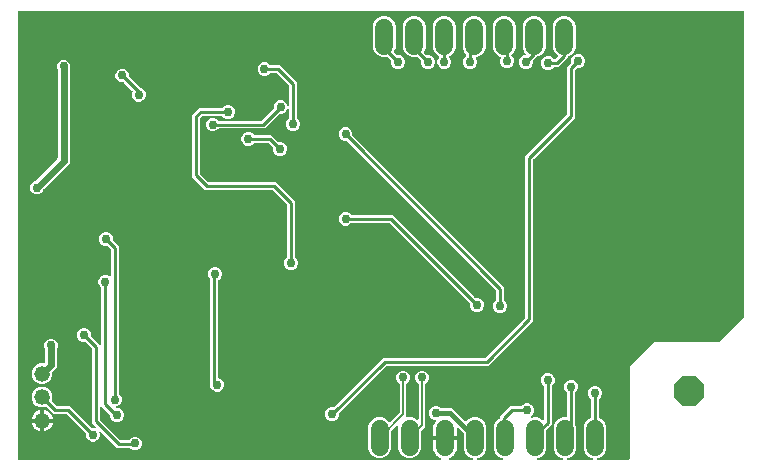
<source format=gbr>
G04 EAGLE Gerber RS-274X export*
G75*
%MOMM*%
%FSLAX34Y34*%
%LPD*%
%INBottom Copper*%
%IPPOS*%
%AMOC8*
5,1,8,0,0,1.08239X$1,22.5*%
G01*
%ADD10C,1.320800*%
%ADD11P,2.749271X8X22.500000*%
%ADD12C,1.524000*%
%ADD13C,0.756400*%
%ADD14C,0.600000*%
%ADD15C,0.406400*%
%ADD16C,0.152400*%
%ADD17C,0.254000*%

G36*
X367627Y10161D02*
X367627Y10161D01*
X367631Y10161D01*
X367749Y10181D01*
X367866Y10200D01*
X367869Y10202D01*
X367873Y10203D01*
X367978Y10260D01*
X368083Y10316D01*
X368086Y10318D01*
X368089Y10320D01*
X368170Y10408D01*
X368252Y10494D01*
X368254Y10498D01*
X368257Y10501D01*
X368306Y10609D01*
X368356Y10717D01*
X368356Y10721D01*
X368358Y10725D01*
X368370Y10843D01*
X368383Y10961D01*
X368382Y10965D01*
X368383Y10969D01*
X368356Y11086D01*
X368331Y11202D01*
X368329Y11205D01*
X368328Y11209D01*
X368266Y11310D01*
X368205Y11413D01*
X368202Y11416D01*
X368199Y11419D01*
X368108Y11495D01*
X368018Y11573D01*
X368014Y11574D01*
X368011Y11577D01*
X367858Y11646D01*
X367650Y11714D01*
X366225Y12440D01*
X364931Y13380D01*
X363800Y14511D01*
X362860Y15805D01*
X362134Y17230D01*
X361639Y18751D01*
X361389Y20330D01*
X361389Y27227D01*
X370788Y27227D01*
X370808Y27230D01*
X370827Y27228D01*
X370929Y27250D01*
X371031Y27267D01*
X371048Y27276D01*
X371068Y27280D01*
X371157Y27333D01*
X371248Y27382D01*
X371262Y27396D01*
X371279Y27406D01*
X371346Y27485D01*
X371417Y27560D01*
X371426Y27578D01*
X371439Y27593D01*
X371477Y27689D01*
X371521Y27783D01*
X371523Y27803D01*
X371531Y27821D01*
X371549Y27988D01*
X371549Y29512D01*
X371546Y29532D01*
X371548Y29551D01*
X371526Y29653D01*
X371509Y29755D01*
X371500Y29772D01*
X371496Y29792D01*
X371443Y29881D01*
X371394Y29972D01*
X371380Y29986D01*
X371370Y30003D01*
X371291Y30070D01*
X371216Y30141D01*
X371198Y30150D01*
X371183Y30163D01*
X371087Y30202D01*
X370993Y30245D01*
X370973Y30247D01*
X370955Y30255D01*
X370788Y30273D01*
X361389Y30273D01*
X361389Y37170D01*
X361639Y38749D01*
X362134Y40270D01*
X362860Y41695D01*
X363741Y42909D01*
X363747Y42919D01*
X363755Y42928D01*
X363802Y43028D01*
X363852Y43128D01*
X363853Y43140D01*
X363858Y43151D01*
X363871Y43261D01*
X363886Y43372D01*
X363884Y43384D01*
X363886Y43395D01*
X363862Y43504D01*
X363842Y43614D01*
X363836Y43624D01*
X363833Y43636D01*
X363776Y43731D01*
X363722Y43829D01*
X363713Y43837D01*
X363707Y43847D01*
X363623Y43919D01*
X363540Y43994D01*
X363529Y43999D01*
X363520Y44007D01*
X363416Y44049D01*
X363315Y44093D01*
X363303Y44094D01*
X363292Y44099D01*
X363125Y44117D01*
X362790Y44117D01*
X360646Y45005D01*
X359005Y46646D01*
X358117Y48790D01*
X358117Y51110D01*
X359005Y53254D01*
X360646Y54895D01*
X362790Y55783D01*
X365110Y55783D01*
X367254Y54895D01*
X367893Y54256D01*
X367967Y54203D01*
X368036Y54143D01*
X368067Y54131D01*
X368093Y54112D01*
X368180Y54085D01*
X368265Y54051D01*
X368306Y54047D01*
X368328Y54040D01*
X368360Y54041D01*
X368431Y54033D01*
X377441Y54033D01*
X380056Y51418D01*
X388650Y42823D01*
X388667Y42812D01*
X388679Y42796D01*
X388766Y42740D01*
X388850Y42680D01*
X388869Y42674D01*
X388886Y42663D01*
X388986Y42638D01*
X389085Y42608D01*
X389105Y42608D01*
X389124Y42603D01*
X389227Y42611D01*
X389331Y42614D01*
X389350Y42621D01*
X389370Y42622D01*
X389465Y42663D01*
X389562Y42698D01*
X389578Y42711D01*
X389596Y42719D01*
X389727Y42823D01*
X391472Y44568D01*
X395026Y46041D01*
X398874Y46041D01*
X402428Y44568D01*
X405148Y41848D01*
X406621Y38294D01*
X406621Y19206D01*
X405148Y15652D01*
X402428Y12932D01*
X399274Y11625D01*
X399192Y11574D01*
X399106Y11528D01*
X399088Y11509D01*
X399065Y11496D01*
X399003Y11421D01*
X398936Y11350D01*
X398925Y11326D01*
X398909Y11306D01*
X398874Y11215D01*
X398833Y11127D01*
X398830Y11101D01*
X398820Y11077D01*
X398816Y10979D01*
X398805Y10883D01*
X398811Y10857D01*
X398810Y10831D01*
X398837Y10737D01*
X398858Y10642D01*
X398871Y10620D01*
X398878Y10595D01*
X398934Y10515D01*
X398984Y10431D01*
X399004Y10414D01*
X399019Y10393D01*
X399097Y10334D01*
X399171Y10271D01*
X399195Y10261D01*
X399216Y10246D01*
X399309Y10216D01*
X399399Y10179D01*
X399431Y10176D01*
X399450Y10170D01*
X399483Y10170D01*
X399566Y10161D01*
X419734Y10161D01*
X419830Y10176D01*
X419927Y10186D01*
X419951Y10196D01*
X419977Y10200D01*
X420063Y10246D01*
X420152Y10286D01*
X420171Y10303D01*
X420194Y10316D01*
X420261Y10386D01*
X420333Y10452D01*
X420346Y10475D01*
X420364Y10494D01*
X420405Y10582D01*
X420452Y10668D01*
X420456Y10693D01*
X420467Y10717D01*
X420478Y10814D01*
X420495Y10910D01*
X420492Y10936D01*
X420495Y10961D01*
X420474Y11057D01*
X420460Y11153D01*
X420448Y11176D01*
X420442Y11202D01*
X420392Y11285D01*
X420348Y11372D01*
X420329Y11391D01*
X420316Y11413D01*
X420242Y11476D01*
X420173Y11544D01*
X420144Y11560D01*
X420129Y11573D01*
X420098Y11585D01*
X420026Y11625D01*
X416872Y12932D01*
X414152Y15652D01*
X412679Y19206D01*
X412679Y38294D01*
X414152Y41848D01*
X416872Y44568D01*
X417959Y45019D01*
X418059Y45081D01*
X418159Y45140D01*
X418163Y45145D01*
X418168Y45148D01*
X418243Y45239D01*
X418319Y45327D01*
X418321Y45333D01*
X418325Y45338D01*
X418367Y45446D01*
X418411Y45555D01*
X418412Y45563D01*
X418413Y45568D01*
X418414Y45586D01*
X418429Y45722D01*
X418429Y47126D01*
X426624Y55321D01*
X435757Y55321D01*
X435847Y55335D01*
X435938Y55343D01*
X435967Y55355D01*
X435999Y55360D01*
X436080Y55403D01*
X436164Y55439D01*
X436196Y55465D01*
X436217Y55476D01*
X436239Y55499D01*
X436295Y55544D01*
X437696Y56945D01*
X439840Y57833D01*
X442160Y57833D01*
X444304Y56945D01*
X445945Y55304D01*
X446833Y53160D01*
X446833Y50840D01*
X445945Y48696D01*
X444202Y46953D01*
X444145Y46874D01*
X444083Y46799D01*
X444073Y46774D01*
X444058Y46753D01*
X444030Y46660D01*
X443995Y46569D01*
X443994Y46543D01*
X443986Y46518D01*
X443988Y46421D01*
X443984Y46324D01*
X443991Y46298D01*
X443992Y46272D01*
X444026Y46181D01*
X444053Y46087D01*
X444068Y46066D01*
X444077Y46041D01*
X444138Y45965D01*
X444193Y45885D01*
X444214Y45870D01*
X444230Y45849D01*
X444312Y45796D01*
X444390Y45738D01*
X444415Y45730D01*
X444437Y45716D01*
X444532Y45692D01*
X444624Y45662D01*
X444650Y45663D01*
X444676Y45656D01*
X444773Y45664D01*
X444870Y45665D01*
X444902Y45674D01*
X444921Y45675D01*
X444951Y45688D01*
X445031Y45711D01*
X445826Y46041D01*
X449674Y46041D01*
X453228Y44568D01*
X453830Y43967D01*
X453888Y43925D01*
X453940Y43876D01*
X453987Y43854D01*
X454029Y43823D01*
X454098Y43802D01*
X454163Y43772D01*
X454215Y43766D01*
X454265Y43751D01*
X454336Y43753D01*
X454407Y43745D01*
X454458Y43756D01*
X454510Y43757D01*
X454578Y43782D01*
X454648Y43797D01*
X454693Y43824D01*
X454741Y43842D01*
X454797Y43887D01*
X454859Y43923D01*
X454893Y43963D01*
X454933Y43995D01*
X454972Y44056D01*
X455019Y44110D01*
X455038Y44158D01*
X455066Y44202D01*
X455084Y44272D01*
X455111Y44338D01*
X455119Y44410D01*
X455127Y44441D01*
X455125Y44464D01*
X455129Y44505D01*
X455129Y72207D01*
X455115Y72297D01*
X455107Y72388D01*
X455095Y72417D01*
X455090Y72449D01*
X455047Y72530D01*
X455011Y72614D01*
X454985Y72646D01*
X454974Y72667D01*
X454951Y72689D01*
X454906Y72745D01*
X453505Y74146D01*
X452617Y76290D01*
X452617Y78610D01*
X453505Y80754D01*
X455146Y82395D01*
X457290Y83283D01*
X459610Y83283D01*
X461754Y82395D01*
X463395Y80754D01*
X464283Y78610D01*
X464283Y76290D01*
X463395Y74146D01*
X461994Y72745D01*
X461941Y72671D01*
X461881Y72602D01*
X461869Y72571D01*
X461850Y72545D01*
X461823Y72458D01*
X461789Y72373D01*
X461785Y72332D01*
X461778Y72310D01*
X461779Y72278D01*
X461771Y72207D01*
X461771Y40074D01*
X457644Y35947D01*
X457591Y35874D01*
X457531Y35804D01*
X457519Y35774D01*
X457500Y35748D01*
X457473Y35661D01*
X457439Y35576D01*
X457435Y35535D01*
X457428Y35513D01*
X457429Y35480D01*
X457421Y35409D01*
X457421Y19206D01*
X455948Y15652D01*
X453228Y12932D01*
X450074Y11625D01*
X449992Y11574D01*
X449906Y11528D01*
X449888Y11509D01*
X449865Y11496D01*
X449803Y11421D01*
X449736Y11350D01*
X449725Y11326D01*
X449709Y11306D01*
X449674Y11215D01*
X449633Y11127D01*
X449630Y11101D01*
X449620Y11077D01*
X449616Y10979D01*
X449605Y10883D01*
X449611Y10857D01*
X449610Y10831D01*
X449637Y10737D01*
X449658Y10642D01*
X449671Y10620D01*
X449678Y10595D01*
X449734Y10515D01*
X449784Y10431D01*
X449804Y10414D01*
X449819Y10393D01*
X449897Y10334D01*
X449971Y10271D01*
X449995Y10261D01*
X450016Y10246D01*
X450109Y10216D01*
X450199Y10179D01*
X450231Y10176D01*
X450250Y10170D01*
X450283Y10170D01*
X450366Y10161D01*
X470534Y10161D01*
X470630Y10176D01*
X470727Y10186D01*
X470751Y10196D01*
X470777Y10200D01*
X470863Y10246D01*
X470952Y10286D01*
X470971Y10303D01*
X470994Y10316D01*
X471061Y10386D01*
X471133Y10452D01*
X471146Y10475D01*
X471164Y10494D01*
X471205Y10582D01*
X471252Y10668D01*
X471256Y10693D01*
X471267Y10717D01*
X471278Y10814D01*
X471295Y10910D01*
X471292Y10936D01*
X471295Y10961D01*
X471274Y11057D01*
X471260Y11153D01*
X471248Y11176D01*
X471242Y11202D01*
X471192Y11285D01*
X471148Y11372D01*
X471129Y11391D01*
X471116Y11413D01*
X471042Y11476D01*
X470973Y11544D01*
X470944Y11560D01*
X470929Y11573D01*
X470898Y11585D01*
X470826Y11625D01*
X467672Y12932D01*
X464952Y15652D01*
X463479Y19206D01*
X463479Y38294D01*
X464952Y41848D01*
X467672Y44568D01*
X471226Y46041D01*
X474368Y46041D01*
X474388Y46044D01*
X474407Y46042D01*
X474509Y46064D01*
X474611Y46080D01*
X474628Y46090D01*
X474648Y46094D01*
X474737Y46147D01*
X474828Y46196D01*
X474842Y46210D01*
X474859Y46220D01*
X474926Y46299D01*
X474998Y46374D01*
X475006Y46392D01*
X475019Y46407D01*
X475058Y46503D01*
X475101Y46597D01*
X475103Y46617D01*
X475111Y46635D01*
X475129Y46802D01*
X475129Y66807D01*
X475115Y66897D01*
X475107Y66988D01*
X475095Y67017D01*
X475090Y67049D01*
X475047Y67130D01*
X475011Y67214D01*
X474985Y67246D01*
X474974Y67267D01*
X474951Y67289D01*
X474906Y67345D01*
X473505Y68746D01*
X472617Y70890D01*
X472617Y73210D01*
X473505Y75354D01*
X475146Y76995D01*
X477290Y77883D01*
X479610Y77883D01*
X481754Y76995D01*
X483395Y75354D01*
X484283Y73210D01*
X484283Y70890D01*
X483395Y68746D01*
X481994Y67345D01*
X481941Y67271D01*
X481881Y67202D01*
X481869Y67171D01*
X481850Y67145D01*
X481823Y67058D01*
X481789Y66973D01*
X481785Y66932D01*
X481778Y66910D01*
X481779Y66878D01*
X481771Y66807D01*
X481771Y40980D01*
X481781Y40915D01*
X481782Y40850D01*
X481805Y40770D01*
X481810Y40737D01*
X481820Y40720D01*
X481829Y40689D01*
X482821Y38294D01*
X482821Y19206D01*
X481348Y15652D01*
X478628Y12932D01*
X475474Y11625D01*
X475392Y11574D01*
X475306Y11528D01*
X475288Y11509D01*
X475265Y11496D01*
X475203Y11421D01*
X475136Y11350D01*
X475125Y11326D01*
X475109Y11306D01*
X475074Y11215D01*
X475033Y11127D01*
X475030Y11101D01*
X475020Y11077D01*
X475016Y10979D01*
X475005Y10883D01*
X475011Y10857D01*
X475010Y10831D01*
X475037Y10737D01*
X475058Y10642D01*
X475071Y10620D01*
X475078Y10595D01*
X475134Y10515D01*
X475184Y10431D01*
X475204Y10414D01*
X475219Y10393D01*
X475297Y10334D01*
X475371Y10271D01*
X475395Y10261D01*
X475416Y10246D01*
X475509Y10216D01*
X475599Y10179D01*
X475631Y10176D01*
X475650Y10170D01*
X475683Y10170D01*
X475766Y10161D01*
X495934Y10161D01*
X496030Y10176D01*
X496127Y10186D01*
X496151Y10196D01*
X496177Y10200D01*
X496263Y10246D01*
X496352Y10286D01*
X496371Y10303D01*
X496394Y10316D01*
X496461Y10386D01*
X496533Y10452D01*
X496546Y10475D01*
X496564Y10494D01*
X496605Y10582D01*
X496652Y10668D01*
X496656Y10693D01*
X496667Y10717D01*
X496678Y10814D01*
X496695Y10910D01*
X496692Y10936D01*
X496695Y10961D01*
X496674Y11057D01*
X496660Y11153D01*
X496648Y11176D01*
X496642Y11202D01*
X496592Y11285D01*
X496548Y11372D01*
X496529Y11391D01*
X496516Y11413D01*
X496442Y11476D01*
X496373Y11544D01*
X496344Y11560D01*
X496329Y11573D01*
X496298Y11585D01*
X496226Y11625D01*
X493072Y12932D01*
X490352Y15652D01*
X488879Y19206D01*
X488879Y38294D01*
X490352Y41848D01*
X493072Y44568D01*
X494659Y45226D01*
X494759Y45287D01*
X494859Y45347D01*
X494863Y45352D01*
X494868Y45356D01*
X494942Y45445D01*
X495019Y45534D01*
X495021Y45540D01*
X495025Y45545D01*
X495067Y45653D01*
X495089Y45708D01*
X495101Y45734D01*
X495102Y45740D01*
X495111Y45763D01*
X495112Y45770D01*
X495113Y45775D01*
X495114Y45793D01*
X495129Y45929D01*
X495129Y61407D01*
X495115Y61497D01*
X495107Y61588D01*
X495095Y61617D01*
X495090Y61649D01*
X495047Y61730D01*
X495011Y61814D01*
X494985Y61846D01*
X494974Y61867D01*
X494951Y61889D01*
X494906Y61945D01*
X493505Y63346D01*
X492617Y65490D01*
X492617Y67810D01*
X493505Y69954D01*
X495146Y71595D01*
X497290Y72483D01*
X499610Y72483D01*
X501754Y71595D01*
X503395Y69954D01*
X504283Y67810D01*
X504283Y65490D01*
X503395Y63346D01*
X501994Y61945D01*
X501941Y61871D01*
X501881Y61802D01*
X501869Y61771D01*
X501850Y61745D01*
X501823Y61658D01*
X501789Y61573D01*
X501785Y61532D01*
X501778Y61510D01*
X501779Y61478D01*
X501771Y61407D01*
X501771Y46012D01*
X501790Y45896D01*
X501807Y45781D01*
X501809Y45776D01*
X501810Y45769D01*
X501865Y45667D01*
X501918Y45562D01*
X501923Y45557D01*
X501926Y45552D01*
X502010Y45472D01*
X502094Y45390D01*
X502100Y45386D01*
X502104Y45383D01*
X502121Y45375D01*
X502241Y45309D01*
X504028Y44568D01*
X506748Y41848D01*
X508221Y38294D01*
X508221Y19206D01*
X506748Y15652D01*
X504028Y12932D01*
X500874Y11625D01*
X500792Y11574D01*
X500706Y11528D01*
X500688Y11509D01*
X500665Y11496D01*
X500603Y11421D01*
X500536Y11350D01*
X500525Y11326D01*
X500509Y11306D01*
X500474Y11215D01*
X500433Y11127D01*
X500430Y11101D01*
X500420Y11077D01*
X500416Y10979D01*
X500405Y10883D01*
X500411Y10857D01*
X500410Y10831D01*
X500437Y10737D01*
X500458Y10642D01*
X500471Y10620D01*
X500478Y10595D01*
X500534Y10515D01*
X500584Y10431D01*
X500604Y10414D01*
X500619Y10393D01*
X500697Y10334D01*
X500771Y10271D01*
X500795Y10261D01*
X500816Y10246D01*
X500909Y10216D01*
X500999Y10179D01*
X501031Y10176D01*
X501050Y10170D01*
X501083Y10170D01*
X501166Y10161D01*
X527025Y10161D01*
X527044Y10164D01*
X527064Y10162D01*
X527165Y10184D01*
X527267Y10200D01*
X527285Y10210D01*
X527304Y10214D01*
X527393Y10267D01*
X527485Y10316D01*
X527498Y10330D01*
X527516Y10340D01*
X527583Y10419D01*
X527654Y10494D01*
X527663Y10512D01*
X527675Y10527D01*
X527714Y10623D01*
X527758Y10717D01*
X527760Y10737D01*
X527767Y10755D01*
X527786Y10922D01*
X527786Y88909D01*
X548475Y109599D01*
X603110Y109599D01*
X603200Y109614D01*
X603291Y109621D01*
X603321Y109633D01*
X603353Y109639D01*
X603433Y109681D01*
X603517Y109717D01*
X603549Y109743D01*
X603570Y109754D01*
X603592Y109777D01*
X603648Y109822D01*
X624616Y130790D01*
X624669Y130864D01*
X624729Y130933D01*
X624741Y130963D01*
X624760Y130989D01*
X624787Y131076D01*
X624821Y131161D01*
X624825Y131202D01*
X624832Y131225D01*
X624831Y131257D01*
X624839Y131328D01*
X624839Y389128D01*
X624836Y389148D01*
X624838Y389167D01*
X624816Y389269D01*
X624800Y389371D01*
X624790Y389388D01*
X624786Y389408D01*
X624733Y389497D01*
X624684Y389588D01*
X624670Y389602D01*
X624660Y389619D01*
X624581Y389686D01*
X624506Y389758D01*
X624488Y389766D01*
X624473Y389779D01*
X624377Y389818D01*
X624283Y389861D01*
X624263Y389863D01*
X624245Y389871D01*
X624078Y389889D01*
X10922Y389889D01*
X10902Y389886D01*
X10883Y389888D01*
X10781Y389866D01*
X10679Y389850D01*
X10662Y389840D01*
X10642Y389836D01*
X10553Y389783D01*
X10462Y389734D01*
X10448Y389720D01*
X10431Y389710D01*
X10364Y389631D01*
X10292Y389556D01*
X10284Y389538D01*
X10271Y389523D01*
X10232Y389427D01*
X10189Y389333D01*
X10187Y389313D01*
X10179Y389295D01*
X10161Y389128D01*
X10161Y10922D01*
X10164Y10902D01*
X10162Y10883D01*
X10184Y10781D01*
X10200Y10679D01*
X10210Y10662D01*
X10214Y10642D01*
X10267Y10553D01*
X10316Y10462D01*
X10330Y10448D01*
X10340Y10431D01*
X10419Y10364D01*
X10494Y10292D01*
X10512Y10284D01*
X10527Y10271D01*
X10623Y10232D01*
X10717Y10189D01*
X10737Y10187D01*
X10755Y10179D01*
X10922Y10161D01*
X367623Y10161D01*
X367627Y10161D01*
G37*
%LPC*%
G36*
X107840Y18167D02*
X107840Y18167D01*
X105696Y19055D01*
X104756Y19995D01*
X104683Y20048D01*
X104613Y20107D01*
X104583Y20119D01*
X104557Y20138D01*
X104470Y20165D01*
X104385Y20199D01*
X104344Y20204D01*
X104322Y20211D01*
X104289Y20210D01*
X104218Y20218D01*
X96866Y20218D01*
X96792Y20206D01*
X96717Y20203D01*
X96654Y20183D01*
X96624Y20178D01*
X96601Y20166D01*
X96557Y20152D01*
X96092Y19945D01*
X95515Y20167D01*
X95461Y20178D01*
X95409Y20199D01*
X95304Y20211D01*
X95275Y20217D01*
X95262Y20216D01*
X95242Y20218D01*
X94624Y20218D01*
X94511Y20331D01*
X94437Y20384D01*
X94368Y20444D01*
X94337Y20456D01*
X94311Y20475D01*
X94224Y20502D01*
X94139Y20536D01*
X94098Y20540D01*
X94076Y20547D01*
X94044Y20546D01*
X93973Y20554D01*
X93750Y20554D01*
X93389Y20914D01*
X93328Y20958D01*
X93273Y21010D01*
X93215Y21040D01*
X93190Y21058D01*
X93165Y21065D01*
X93124Y21087D01*
X92649Y21269D01*
X92398Y21834D01*
X92368Y21881D01*
X92346Y21932D01*
X92280Y22014D01*
X92263Y22039D01*
X92253Y22047D01*
X92241Y22063D01*
X80241Y34062D01*
X80162Y34119D01*
X80087Y34181D01*
X80063Y34191D01*
X80042Y34206D01*
X79949Y34234D01*
X79858Y34269D01*
X79832Y34271D01*
X79807Y34278D01*
X79709Y34276D01*
X79612Y34280D01*
X79587Y34273D01*
X79561Y34272D01*
X79469Y34238D01*
X79376Y34211D01*
X79354Y34196D01*
X79330Y34187D01*
X79254Y34126D01*
X79174Y34071D01*
X79158Y34050D01*
X79138Y34034D01*
X79085Y33952D01*
X79027Y33874D01*
X79019Y33849D01*
X79005Y33827D01*
X78981Y33732D01*
X78951Y33640D01*
X78951Y33614D01*
X78945Y33588D01*
X78952Y33491D01*
X78953Y33394D01*
X78962Y33362D01*
X78964Y33343D01*
X78977Y33313D01*
X79000Y33233D01*
X79258Y32610D01*
X79258Y30290D01*
X78370Y28146D01*
X76729Y26505D01*
X74585Y25617D01*
X72265Y25617D01*
X70121Y26505D01*
X68480Y28146D01*
X67592Y30290D01*
X67592Y32271D01*
X67578Y32361D01*
X67570Y32452D01*
X67558Y32482D01*
X67553Y32514D01*
X67510Y32595D01*
X67474Y32678D01*
X67448Y32711D01*
X67437Y32731D01*
X67414Y32753D01*
X67369Y32809D01*
X51476Y48702D01*
X51403Y48755D01*
X51333Y48815D01*
X51303Y48827D01*
X51277Y48846D01*
X51190Y48873D01*
X51105Y48907D01*
X51064Y48911D01*
X51042Y48918D01*
X51009Y48917D01*
X50938Y48925D01*
X40104Y48925D01*
X34143Y54887D01*
X34049Y54955D01*
X33954Y55025D01*
X33948Y55027D01*
X33943Y55030D01*
X33832Y55065D01*
X33720Y55101D01*
X33714Y55101D01*
X33708Y55103D01*
X33591Y55100D01*
X33474Y55099D01*
X33467Y55096D01*
X33462Y55096D01*
X33445Y55090D01*
X33313Y55052D01*
X32202Y54591D01*
X28758Y54591D01*
X25577Y55909D01*
X23143Y58343D01*
X21825Y61524D01*
X21825Y64968D01*
X23143Y68149D01*
X25577Y70583D01*
X28758Y71901D01*
X32202Y71901D01*
X35383Y70583D01*
X37817Y68149D01*
X39135Y64968D01*
X39135Y61524D01*
X38674Y60413D01*
X38648Y60299D01*
X38619Y60186D01*
X38619Y60179D01*
X38618Y60173D01*
X38629Y60057D01*
X38638Y59940D01*
X38641Y59935D01*
X38641Y59928D01*
X38689Y59821D01*
X38734Y59714D01*
X38739Y59708D01*
X38741Y59704D01*
X38754Y59690D01*
X38839Y59583D01*
X42633Y55790D01*
X42707Y55737D01*
X42776Y55677D01*
X42806Y55665D01*
X42832Y55646D01*
X42919Y55619D01*
X43004Y55585D01*
X43045Y55581D01*
X43067Y55574D01*
X43100Y55575D01*
X43171Y55567D01*
X54005Y55567D01*
X72066Y37506D01*
X72139Y37453D01*
X72209Y37393D01*
X72239Y37381D01*
X72265Y37362D01*
X72352Y37335D01*
X72437Y37301D01*
X72478Y37297D01*
X72500Y37290D01*
X72533Y37291D01*
X72604Y37283D01*
X74585Y37283D01*
X75208Y37025D01*
X75303Y37003D01*
X75396Y36974D01*
X75422Y36975D01*
X75447Y36969D01*
X75544Y36978D01*
X75641Y36980D01*
X75666Y36989D01*
X75692Y36992D01*
X75781Y37031D01*
X75872Y37065D01*
X75893Y37081D01*
X75917Y37092D01*
X75989Y37158D01*
X76065Y37219D01*
X76079Y37240D01*
X76098Y37258D01*
X76145Y37344D01*
X76198Y37425D01*
X76204Y37451D01*
X76217Y37474D01*
X76234Y37570D01*
X76258Y37664D01*
X76256Y37690D01*
X76260Y37716D01*
X76246Y37812D01*
X76238Y37909D01*
X76228Y37933D01*
X76224Y37959D01*
X76180Y38046D01*
X76142Y38136D01*
X76122Y38161D01*
X76113Y38178D01*
X76089Y38202D01*
X76037Y38266D01*
X72679Y41624D01*
X72679Y104309D01*
X72665Y104399D01*
X72657Y104490D01*
X72645Y104520D01*
X72640Y104552D01*
X72597Y104633D01*
X72561Y104716D01*
X72535Y104749D01*
X72524Y104769D01*
X72501Y104791D01*
X72456Y104847D01*
X67359Y109944D01*
X67286Y109997D01*
X67216Y110057D01*
X67186Y110069D01*
X67160Y110088D01*
X67073Y110115D01*
X66988Y110149D01*
X66947Y110153D01*
X66925Y110160D01*
X66892Y110159D01*
X66821Y110167D01*
X64840Y110167D01*
X62696Y111055D01*
X61055Y112696D01*
X60167Y114840D01*
X60167Y117160D01*
X61055Y119304D01*
X62696Y120945D01*
X64840Y121833D01*
X67160Y121833D01*
X69304Y120945D01*
X70945Y119304D01*
X71833Y117160D01*
X71833Y115179D01*
X71847Y115089D01*
X71855Y114998D01*
X71867Y114968D01*
X71872Y114936D01*
X71915Y114855D01*
X71951Y114772D01*
X71977Y114739D01*
X71988Y114719D01*
X72011Y114697D01*
X72056Y114641D01*
X77153Y109544D01*
X79380Y107316D01*
X79438Y107275D01*
X79490Y107225D01*
X79537Y107203D01*
X79579Y107173D01*
X79648Y107152D01*
X79713Y107122D01*
X79765Y107116D01*
X79815Y107101D01*
X79886Y107102D01*
X79957Y107095D01*
X80008Y107106D01*
X80060Y107107D01*
X80128Y107132D01*
X80198Y107147D01*
X80243Y107174D01*
X80291Y107191D01*
X80347Y107236D01*
X80409Y107273D01*
X80443Y107313D01*
X80483Y107345D01*
X80522Y107405D01*
X80569Y107460D01*
X80588Y107508D01*
X80616Y107552D01*
X80634Y107621D01*
X80661Y107688D01*
X80669Y107759D01*
X80677Y107791D01*
X80675Y107814D01*
X80679Y107855D01*
X80679Y155757D01*
X80665Y155847D01*
X80657Y155938D01*
X80645Y155967D01*
X80640Y155999D01*
X80597Y156080D01*
X80561Y156164D01*
X80535Y156196D01*
X80524Y156217D01*
X80501Y156239D01*
X80456Y156295D01*
X79055Y157696D01*
X78167Y159840D01*
X78167Y162160D01*
X79055Y164304D01*
X80696Y165945D01*
X82840Y166833D01*
X85160Y166833D01*
X87304Y165945D01*
X87380Y165869D01*
X87438Y165827D01*
X87490Y165778D01*
X87537Y165756D01*
X87579Y165725D01*
X87648Y165704D01*
X87713Y165674D01*
X87765Y165668D01*
X87814Y165653D01*
X87886Y165655D01*
X87957Y165647D01*
X88008Y165658D01*
X88060Y165659D01*
X88128Y165684D01*
X88198Y165699D01*
X88243Y165726D01*
X88291Y165744D01*
X88347Y165789D01*
X88409Y165825D01*
X88443Y165865D01*
X88483Y165898D01*
X88522Y165958D01*
X88569Y166012D01*
X88588Y166061D01*
X88616Y166104D01*
X88634Y166174D01*
X88661Y166241D01*
X88669Y166312D01*
X88677Y166343D01*
X88675Y166366D01*
X88679Y166407D01*
X88679Y188059D01*
X88665Y188149D01*
X88657Y188240D01*
X88645Y188270D01*
X88640Y188302D01*
X88597Y188383D01*
X88561Y188466D01*
X88535Y188499D01*
X88524Y188519D01*
X88501Y188541D01*
X88456Y188597D01*
X85847Y191207D01*
X85773Y191260D01*
X85704Y191319D01*
X85673Y191332D01*
X85647Y191350D01*
X85560Y191377D01*
X85475Y191411D01*
X85434Y191416D01*
X85412Y191423D01*
X85380Y191422D01*
X85309Y191430D01*
X83327Y191430D01*
X81183Y192318D01*
X79543Y193958D01*
X78655Y196102D01*
X78655Y198423D01*
X79543Y200567D01*
X81183Y202207D01*
X83327Y203095D01*
X85648Y203095D01*
X87792Y202207D01*
X89432Y200567D01*
X90320Y198423D01*
X90320Y196441D01*
X90335Y196351D01*
X90342Y196260D01*
X90355Y196231D01*
X90360Y196199D01*
X90403Y196118D01*
X90438Y196034D01*
X90464Y196002D01*
X90475Y195981D01*
X90498Y195959D01*
X90543Y195903D01*
X95321Y191126D01*
X95321Y66468D01*
X95322Y66459D01*
X95322Y66454D01*
X95327Y66429D01*
X95335Y66378D01*
X95343Y66287D01*
X95355Y66258D01*
X95360Y66226D01*
X95403Y66145D01*
X95439Y66061D01*
X95465Y66029D01*
X95476Y66008D01*
X95499Y65986D01*
X95544Y65930D01*
X97020Y64454D01*
X97908Y62310D01*
X97908Y59990D01*
X97020Y57846D01*
X95379Y56205D01*
X93187Y55297D01*
X93104Y55246D01*
X93018Y55200D01*
X93000Y55182D01*
X92978Y55168D01*
X92916Y55092D01*
X92849Y55022D01*
X92838Y54998D01*
X92821Y54978D01*
X92786Y54887D01*
X92745Y54799D01*
X92742Y54773D01*
X92733Y54749D01*
X92729Y54651D01*
X92718Y54555D01*
X92724Y54529D01*
X92722Y54503D01*
X92750Y54409D01*
X92770Y54314D01*
X92784Y54292D01*
X92791Y54267D01*
X92846Y54187D01*
X92896Y54103D01*
X92916Y54086D01*
X92931Y54065D01*
X93009Y54006D01*
X93083Y53943D01*
X93108Y53933D01*
X93129Y53918D01*
X93221Y53888D01*
X93312Y53851D01*
X93344Y53848D01*
X93362Y53842D01*
X93396Y53842D01*
X93478Y53833D01*
X95160Y53833D01*
X97304Y52945D01*
X98945Y51304D01*
X99833Y49160D01*
X99833Y46840D01*
X98945Y44696D01*
X97304Y43055D01*
X95160Y42167D01*
X92840Y42167D01*
X90696Y43055D01*
X89055Y44696D01*
X88167Y46840D01*
X88167Y47821D01*
X88153Y47911D01*
X88145Y48002D01*
X88133Y48032D01*
X88128Y48064D01*
X88085Y48145D01*
X88049Y48228D01*
X88023Y48261D01*
X88012Y48281D01*
X87989Y48303D01*
X87944Y48359D01*
X80620Y55684D01*
X80562Y55725D01*
X80510Y55775D01*
X80463Y55797D01*
X80421Y55827D01*
X80352Y55848D01*
X80287Y55878D01*
X80235Y55884D01*
X80185Y55899D01*
X80114Y55898D01*
X80043Y55905D01*
X79992Y55894D01*
X79940Y55893D01*
X79872Y55868D01*
X79802Y55853D01*
X79757Y55826D01*
X79709Y55809D01*
X79653Y55764D01*
X79591Y55727D01*
X79557Y55687D01*
X79517Y55655D01*
X79478Y55595D01*
X79431Y55540D01*
X79412Y55492D01*
X79384Y55448D01*
X79366Y55379D01*
X79339Y55312D01*
X79331Y55241D01*
X79323Y55209D01*
X79325Y55186D01*
X79321Y55145D01*
X79321Y44691D01*
X79335Y44601D01*
X79343Y44510D01*
X79355Y44480D01*
X79360Y44448D01*
X79403Y44367D01*
X79439Y44284D01*
X79465Y44251D01*
X79476Y44231D01*
X79499Y44209D01*
X79544Y44153D01*
X96614Y27082D01*
X96688Y27029D01*
X96757Y26970D01*
X96788Y26957D01*
X96814Y26939D01*
X96901Y26912D01*
X96986Y26878D01*
X97027Y26873D01*
X97049Y26866D01*
X97081Y26867D01*
X97152Y26859D01*
X103362Y26859D01*
X103477Y26878D01*
X103593Y26895D01*
X103599Y26898D01*
X103605Y26899D01*
X103708Y26953D01*
X103813Y27007D01*
X103817Y27011D01*
X103822Y27014D01*
X103902Y27098D01*
X103985Y27182D01*
X103988Y27189D01*
X103992Y27192D01*
X104000Y27209D01*
X104048Y27296D01*
X105696Y28945D01*
X107840Y29833D01*
X110160Y29833D01*
X112304Y28945D01*
X113945Y27304D01*
X114833Y25160D01*
X114833Y22840D01*
X113945Y20696D01*
X112304Y19055D01*
X110160Y18167D01*
X107840Y18167D01*
G37*
%LPD*%
%LPC*%
G36*
X274890Y42967D02*
X274890Y42967D01*
X272746Y43855D01*
X271105Y45496D01*
X270217Y47640D01*
X270217Y49960D01*
X271105Y52104D01*
X272746Y53745D01*
X274890Y54633D01*
X276871Y54633D01*
X276961Y54647D01*
X277052Y54655D01*
X277082Y54667D01*
X277114Y54672D01*
X277195Y54715D01*
X277278Y54751D01*
X277311Y54777D01*
X277331Y54788D01*
X277353Y54811D01*
X277409Y54856D01*
X319074Y96521D01*
X405509Y96521D01*
X405599Y96535D01*
X405690Y96543D01*
X405720Y96555D01*
X405752Y96560D01*
X405833Y96603D01*
X405916Y96639D01*
X405949Y96665D01*
X405969Y96676D01*
X405991Y96699D01*
X406047Y96744D01*
X439456Y130153D01*
X439509Y130226D01*
X439569Y130296D01*
X439581Y130326D01*
X439600Y130352D01*
X439627Y130439D01*
X439661Y130524D01*
X439665Y130565D01*
X439672Y130587D01*
X439671Y130620D01*
X439679Y130691D01*
X439679Y267376D01*
X474456Y302153D01*
X474509Y302226D01*
X474569Y302296D01*
X474581Y302326D01*
X474600Y302352D01*
X474627Y302439D01*
X474661Y302524D01*
X474665Y302565D01*
X474672Y302587D01*
X474671Y302620D01*
X474679Y302691D01*
X474679Y342876D01*
X478257Y346453D01*
X478310Y346527D01*
X478369Y346596D01*
X478382Y346627D01*
X478400Y346653D01*
X478427Y346740D01*
X478461Y346825D01*
X478466Y346866D01*
X478473Y346888D01*
X478472Y346920D01*
X478480Y346991D01*
X478480Y348973D01*
X479368Y351117D01*
X481008Y352757D01*
X483152Y353645D01*
X485473Y353645D01*
X487617Y352757D01*
X489257Y351117D01*
X490145Y348973D01*
X490145Y346652D01*
X489257Y344508D01*
X487617Y342868D01*
X485473Y341980D01*
X483491Y341980D01*
X483401Y341965D01*
X483310Y341958D01*
X483281Y341945D01*
X483249Y341940D01*
X483168Y341897D01*
X483084Y341862D01*
X483052Y341836D01*
X483031Y341825D01*
X483009Y341802D01*
X482953Y341757D01*
X481544Y340347D01*
X481491Y340274D01*
X481431Y340204D01*
X481419Y340174D01*
X481400Y340148D01*
X481373Y340061D01*
X481339Y339976D01*
X481335Y339935D01*
X481328Y339913D01*
X481329Y339880D01*
X481321Y339809D01*
X481321Y299624D01*
X446544Y264847D01*
X446491Y264774D01*
X446431Y264704D01*
X446419Y264674D01*
X446400Y264648D01*
X446373Y264561D01*
X446339Y264476D01*
X446335Y264435D01*
X446328Y264413D01*
X446329Y264380D01*
X446321Y264309D01*
X446321Y127624D01*
X408576Y89879D01*
X322141Y89879D01*
X322051Y89865D01*
X321960Y89857D01*
X321930Y89845D01*
X321898Y89840D01*
X321817Y89797D01*
X321734Y89761D01*
X321701Y89735D01*
X321681Y89724D01*
X321659Y89701D01*
X321603Y89656D01*
X282106Y50159D01*
X282053Y50086D01*
X281993Y50016D01*
X281981Y49986D01*
X281962Y49960D01*
X281935Y49873D01*
X281901Y49788D01*
X281897Y49747D01*
X281890Y49725D01*
X281891Y49692D01*
X281883Y49621D01*
X281883Y47640D01*
X280995Y45496D01*
X279354Y43855D01*
X277210Y42967D01*
X274890Y42967D01*
G37*
%LPD*%
%LPC*%
G36*
X314376Y11709D02*
X314376Y11709D01*
X310822Y13182D01*
X308102Y15902D01*
X306629Y19456D01*
X306629Y38544D01*
X308102Y42098D01*
X310822Y44818D01*
X314376Y46291D01*
X318224Y46291D01*
X321778Y44818D01*
X324421Y42175D01*
X324437Y42164D01*
X324450Y42148D01*
X324537Y42092D01*
X324621Y42032D01*
X324640Y42026D01*
X324657Y42015D01*
X324757Y41990D01*
X324856Y41960D01*
X324876Y41960D01*
X324895Y41955D01*
X324998Y41963D01*
X325102Y41966D01*
X325121Y41973D01*
X325140Y41974D01*
X325235Y42015D01*
X325333Y42050D01*
X325348Y42063D01*
X325367Y42071D01*
X325498Y42175D01*
X332964Y49642D01*
X333017Y49716D01*
X333077Y49786D01*
X333089Y49816D01*
X333108Y49842D01*
X333135Y49929D01*
X333169Y50014D01*
X333173Y50055D01*
X333180Y50077D01*
X333179Y50109D01*
X333187Y50180D01*
X333187Y74189D01*
X333168Y74304D01*
X333151Y74420D01*
X333149Y74426D01*
X333148Y74432D01*
X333094Y74534D01*
X333040Y74639D01*
X333035Y74644D01*
X333032Y74649D01*
X332948Y74729D01*
X332864Y74812D01*
X332858Y74815D01*
X332854Y74819D01*
X332837Y74826D01*
X332717Y74892D01*
X332696Y74901D01*
X331055Y76542D01*
X330167Y78686D01*
X330167Y81006D01*
X331055Y83150D01*
X332696Y84791D01*
X334840Y85679D01*
X337160Y85679D01*
X339304Y84791D01*
X340945Y83150D01*
X341833Y81006D01*
X341833Y78686D01*
X340945Y76542D01*
X339304Y74901D01*
X339283Y74892D01*
X339183Y74831D01*
X339083Y74771D01*
X339079Y74766D01*
X339074Y74763D01*
X338999Y74673D01*
X338923Y74584D01*
X338921Y74578D01*
X338917Y74573D01*
X338875Y74464D01*
X338831Y74356D01*
X338830Y74348D01*
X338829Y74344D01*
X338828Y74325D01*
X338813Y74189D01*
X338813Y47535D01*
X338713Y47436D01*
X338657Y47357D01*
X338595Y47282D01*
X338585Y47257D01*
X338570Y47236D01*
X338541Y47143D01*
X338506Y47052D01*
X338505Y47026D01*
X338498Y47001D01*
X338500Y46904D01*
X338496Y46806D01*
X338503Y46781D01*
X338504Y46755D01*
X338537Y46664D01*
X338564Y46570D01*
X338579Y46549D01*
X338588Y46524D01*
X338649Y46448D01*
X338705Y46368D01*
X338726Y46352D01*
X338742Y46332D01*
X338824Y46279D01*
X338902Y46221D01*
X338927Y46213D01*
X338949Y46199D01*
X339043Y46175D01*
X339136Y46145D01*
X339162Y46145D01*
X339187Y46139D01*
X339285Y46146D01*
X339382Y46147D01*
X339413Y46156D01*
X339433Y46158D01*
X339463Y46171D01*
X339543Y46194D01*
X339776Y46291D01*
X343624Y46291D01*
X347178Y44818D01*
X347888Y44109D01*
X347946Y44067D01*
X347998Y44018D01*
X348045Y43996D01*
X348087Y43965D01*
X348156Y43944D01*
X348221Y43914D01*
X348273Y43908D01*
X348323Y43893D01*
X348394Y43895D01*
X348465Y43887D01*
X348516Y43898D01*
X348568Y43899D01*
X348636Y43924D01*
X348706Y43939D01*
X348751Y43966D01*
X348799Y43984D01*
X348855Y44029D01*
X348917Y44065D01*
X348951Y44105D01*
X348991Y44137D01*
X349030Y44198D01*
X349077Y44252D01*
X349096Y44300D01*
X349124Y44344D01*
X349142Y44414D01*
X349169Y44480D01*
X349177Y44552D01*
X349185Y44583D01*
X349183Y44606D01*
X349187Y44647D01*
X349187Y74189D01*
X349168Y74304D01*
X349151Y74420D01*
X349149Y74426D01*
X349148Y74432D01*
X349094Y74534D01*
X349040Y74639D01*
X349035Y74644D01*
X349032Y74649D01*
X348948Y74729D01*
X348864Y74812D01*
X348858Y74815D01*
X348854Y74819D01*
X348837Y74826D01*
X348717Y74892D01*
X348696Y74901D01*
X347055Y76542D01*
X346167Y78686D01*
X346167Y81006D01*
X347055Y83150D01*
X348696Y84791D01*
X350840Y85679D01*
X353160Y85679D01*
X355304Y84791D01*
X356945Y83150D01*
X357833Y81006D01*
X357833Y78686D01*
X356945Y76542D01*
X355304Y74901D01*
X355283Y74892D01*
X355183Y74831D01*
X355083Y74771D01*
X355079Y74766D01*
X355074Y74763D01*
X354999Y74673D01*
X354923Y74584D01*
X354921Y74578D01*
X354917Y74573D01*
X354875Y74464D01*
X354831Y74356D01*
X354830Y74348D01*
X354829Y74344D01*
X354828Y74325D01*
X354813Y74189D01*
X354813Y38135D01*
X351594Y34916D01*
X351541Y34842D01*
X351481Y34773D01*
X351469Y34742D01*
X351450Y34716D01*
X351423Y34629D01*
X351389Y34544D01*
X351385Y34503D01*
X351378Y34481D01*
X351379Y34449D01*
X351371Y34378D01*
X351371Y19456D01*
X349898Y15902D01*
X347178Y13182D01*
X343624Y11709D01*
X339776Y11709D01*
X336222Y13182D01*
X333502Y15902D01*
X332029Y19456D01*
X332029Y38544D01*
X332126Y38777D01*
X332148Y38872D01*
X332177Y38965D01*
X332176Y38991D01*
X332182Y39016D01*
X332173Y39113D01*
X332170Y39211D01*
X332161Y39235D01*
X332159Y39261D01*
X332119Y39350D01*
X332086Y39442D01*
X332070Y39462D01*
X332059Y39486D01*
X331993Y39558D01*
X331932Y39634D01*
X331910Y39648D01*
X331893Y39667D01*
X331807Y39714D01*
X331725Y39767D01*
X331700Y39773D01*
X331677Y39786D01*
X331581Y39803D01*
X331487Y39827D01*
X331461Y39825D01*
X331435Y39829D01*
X331339Y39815D01*
X331242Y39808D01*
X331218Y39797D01*
X331192Y39794D01*
X331105Y39749D01*
X331015Y39711D01*
X330990Y39691D01*
X330972Y39682D01*
X330949Y39659D01*
X330884Y39607D01*
X326194Y34916D01*
X326141Y34842D01*
X326081Y34773D01*
X326069Y34742D01*
X326050Y34716D01*
X326023Y34629D01*
X325989Y34544D01*
X325985Y34503D01*
X325978Y34481D01*
X325979Y34449D01*
X325971Y34378D01*
X325971Y19456D01*
X324498Y15902D01*
X321778Y13182D01*
X318224Y11709D01*
X314376Y11709D01*
G37*
%LPD*%
%LPC*%
G36*
X239902Y170967D02*
X239902Y170967D01*
X237758Y171855D01*
X236118Y173496D01*
X235230Y175640D01*
X235230Y177960D01*
X236118Y180104D01*
X237519Y181505D01*
X237572Y181579D01*
X237631Y181648D01*
X237644Y181679D01*
X237662Y181705D01*
X237689Y181792D01*
X237723Y181877D01*
X237728Y181918D01*
X237735Y181940D01*
X237734Y181972D01*
X237742Y182043D01*
X237742Y226247D01*
X237727Y226337D01*
X237720Y226428D01*
X237707Y226457D01*
X237702Y226489D01*
X237659Y226570D01*
X237624Y226654D01*
X237598Y226686D01*
X237587Y226707D01*
X237564Y226729D01*
X237519Y226785D01*
X225847Y238456D01*
X225774Y238509D01*
X225704Y238569D01*
X225674Y238581D01*
X225648Y238600D01*
X225561Y238627D01*
X225476Y238661D01*
X225435Y238665D01*
X225413Y238672D01*
X225380Y238671D01*
X225309Y238679D01*
X168624Y238679D01*
X157679Y249624D01*
X157679Y302376D01*
X163477Y308173D01*
X182574Y308173D01*
X182664Y308188D01*
X182755Y308195D01*
X182785Y308208D01*
X182817Y308213D01*
X182898Y308256D01*
X182981Y308291D01*
X183014Y308317D01*
X183034Y308328D01*
X183056Y308351D01*
X183112Y308396D01*
X184513Y309797D01*
X186657Y310685D01*
X188978Y310685D01*
X191122Y309797D01*
X192762Y308157D01*
X193650Y306013D01*
X193650Y303692D01*
X192762Y301548D01*
X191122Y299908D01*
X188978Y299020D01*
X186657Y299020D01*
X184513Y299908D01*
X183112Y301309D01*
X183039Y301362D01*
X182969Y301421D01*
X182939Y301434D01*
X182913Y301452D01*
X182826Y301479D01*
X182741Y301513D01*
X182700Y301518D01*
X182678Y301525D01*
X182645Y301524D01*
X182574Y301532D01*
X166543Y301532D01*
X166453Y301517D01*
X166362Y301510D01*
X166333Y301497D01*
X166301Y301492D01*
X166220Y301449D01*
X166136Y301414D01*
X166104Y301388D01*
X166083Y301377D01*
X166061Y301354D01*
X166005Y301309D01*
X164544Y299847D01*
X164491Y299774D01*
X164431Y299704D01*
X164419Y299674D01*
X164400Y299648D01*
X164373Y299561D01*
X164339Y299476D01*
X164335Y299435D01*
X164328Y299413D01*
X164329Y299380D01*
X164321Y299309D01*
X164321Y252691D01*
X164335Y252601D01*
X164343Y252510D01*
X164355Y252480D01*
X164360Y252448D01*
X164403Y252367D01*
X164439Y252284D01*
X164465Y252251D01*
X164476Y252231D01*
X164499Y252209D01*
X164544Y252153D01*
X171153Y245544D01*
X171226Y245491D01*
X171296Y245431D01*
X171326Y245419D01*
X171352Y245400D01*
X171439Y245373D01*
X171524Y245339D01*
X171565Y245335D01*
X171587Y245328D01*
X171620Y245329D01*
X171691Y245321D01*
X228376Y245321D01*
X244383Y229313D01*
X244383Y182043D01*
X244398Y181953D01*
X244405Y181862D01*
X244418Y181833D01*
X244423Y181801D01*
X244466Y181720D01*
X244501Y181636D01*
X244527Y181604D01*
X244538Y181583D01*
X244561Y181561D01*
X244606Y181505D01*
X246007Y180104D01*
X246895Y177960D01*
X246895Y175640D01*
X246007Y173496D01*
X244367Y171855D01*
X242223Y170967D01*
X239902Y170967D01*
G37*
%LPD*%
%LPC*%
G36*
X417177Y134580D02*
X417177Y134580D01*
X415033Y135468D01*
X413393Y137108D01*
X412505Y139252D01*
X412505Y141573D01*
X413393Y143717D01*
X414794Y145118D01*
X414847Y145191D01*
X414878Y145228D01*
X414885Y145235D01*
X414886Y145237D01*
X414906Y145261D01*
X414919Y145291D01*
X414937Y145317D01*
X414964Y145404D01*
X414968Y145413D01*
X414989Y145458D01*
X414990Y145468D01*
X414998Y145489D01*
X415003Y145530D01*
X415010Y145552D01*
X415009Y145585D01*
X415017Y145656D01*
X415017Y153059D01*
X415002Y153149D01*
X414995Y153240D01*
X414982Y153270D01*
X414977Y153302D01*
X414934Y153383D01*
X414899Y153466D01*
X414873Y153499D01*
X414862Y153519D01*
X414839Y153541D01*
X414794Y153597D01*
X288697Y279694D01*
X288623Y279747D01*
X288554Y279807D01*
X288523Y279819D01*
X288497Y279838D01*
X288410Y279865D01*
X288325Y279899D01*
X288284Y279903D01*
X288262Y279910D01*
X288230Y279909D01*
X288159Y279917D01*
X286177Y279917D01*
X284033Y280805D01*
X282393Y282446D01*
X281505Y284590D01*
X281505Y286910D01*
X282393Y289054D01*
X284033Y290695D01*
X286177Y291583D01*
X288498Y291583D01*
X290642Y290695D01*
X292282Y289054D01*
X293170Y286910D01*
X293170Y284929D01*
X293185Y284839D01*
X293192Y284748D01*
X293205Y284718D01*
X293210Y284686D01*
X293253Y284605D01*
X293288Y284522D01*
X293314Y284489D01*
X293325Y284469D01*
X293348Y284447D01*
X293393Y284391D01*
X421658Y156126D01*
X421658Y145656D01*
X421661Y145639D01*
X421659Y145624D01*
X421674Y145558D01*
X421680Y145475D01*
X421693Y145445D01*
X421698Y145413D01*
X421710Y145390D01*
X421712Y145383D01*
X421730Y145352D01*
X421741Y145332D01*
X421776Y145249D01*
X421802Y145216D01*
X421813Y145196D01*
X421836Y145174D01*
X421881Y145118D01*
X423282Y143717D01*
X424170Y141573D01*
X424170Y139252D01*
X423282Y137108D01*
X421642Y135468D01*
X419498Y134580D01*
X417177Y134580D01*
G37*
%LPD*%
%LPC*%
G36*
X24740Y234767D02*
X24740Y234767D01*
X22596Y235655D01*
X20955Y237296D01*
X20067Y239440D01*
X20067Y241760D01*
X20955Y243904D01*
X22596Y245545D01*
X24344Y246269D01*
X24400Y246303D01*
X24460Y246329D01*
X24525Y246381D01*
X24553Y246398D01*
X24566Y246413D01*
X24591Y246434D01*
X43326Y265169D01*
X43379Y265243D01*
X43439Y265313D01*
X43451Y265343D01*
X43470Y265369D01*
X43497Y265456D01*
X43531Y265541D01*
X43535Y265582D01*
X43542Y265604D01*
X43541Y265636D01*
X43549Y265707D01*
X43549Y340000D01*
X43539Y340065D01*
X43538Y340131D01*
X43515Y340211D01*
X43510Y340243D01*
X43500Y340260D01*
X43491Y340292D01*
X42767Y342040D01*
X42767Y344360D01*
X43655Y346504D01*
X45296Y348145D01*
X47440Y349033D01*
X49760Y349033D01*
X51904Y348145D01*
X53545Y346504D01*
X54433Y344360D01*
X54433Y342040D01*
X53709Y340292D01*
X53694Y340228D01*
X53669Y340167D01*
X53660Y340084D01*
X53653Y340052D01*
X53654Y340033D01*
X53651Y340000D01*
X53651Y261208D01*
X31734Y239291D01*
X31696Y239238D01*
X31650Y239191D01*
X31609Y239118D01*
X31590Y239091D01*
X31585Y239073D01*
X31569Y239044D01*
X30845Y237296D01*
X29204Y235655D01*
X27060Y234767D01*
X24740Y234767D01*
G37*
%LPD*%
%LPC*%
G36*
X173577Y288142D02*
X173577Y288142D01*
X171433Y289030D01*
X169793Y290671D01*
X168905Y292815D01*
X168905Y295135D01*
X169793Y297279D01*
X171433Y298920D01*
X173577Y299808D01*
X175898Y299808D01*
X178042Y298920D01*
X179443Y297519D01*
X179516Y297466D01*
X179586Y297406D01*
X179616Y297394D01*
X179642Y297375D01*
X179729Y297348D01*
X179814Y297314D01*
X179855Y297310D01*
X179877Y297303D01*
X179910Y297304D01*
X179981Y297296D01*
X215834Y297296D01*
X215924Y297310D01*
X216015Y297318D01*
X216045Y297330D01*
X216077Y297335D01*
X216158Y297378D01*
X216241Y297414D01*
X216274Y297440D01*
X216294Y297451D01*
X216316Y297474D01*
X216372Y297519D01*
X226244Y307391D01*
X226297Y307464D01*
X226357Y307534D01*
X226369Y307564D01*
X226388Y307590D01*
X226415Y307677D01*
X226449Y307762D01*
X226453Y307803D01*
X226460Y307825D01*
X226459Y307858D01*
X226467Y307929D01*
X226467Y309910D01*
X227355Y312054D01*
X228996Y313695D01*
X231140Y314583D01*
X233460Y314583D01*
X235604Y313695D01*
X237245Y312054D01*
X237977Y310286D01*
X238029Y310203D01*
X238074Y310117D01*
X238093Y310099D01*
X238107Y310077D01*
X238182Y310014D01*
X238252Y309947D01*
X238276Y309936D01*
X238296Y309920D01*
X238387Y309885D01*
X238476Y309844D01*
X238502Y309841D01*
X238526Y309832D01*
X238623Y309827D01*
X238720Y309817D01*
X238745Y309822D01*
X238772Y309821D01*
X238865Y309848D01*
X238960Y309869D01*
X238983Y309882D01*
X239008Y309890D01*
X239088Y309945D01*
X239171Y309995D01*
X239188Y310015D01*
X239210Y310030D01*
X239268Y310108D01*
X239331Y310182D01*
X239341Y310206D01*
X239357Y310227D01*
X239387Y310320D01*
X239423Y310410D01*
X239427Y310443D01*
X239433Y310461D01*
X239433Y310494D01*
X239442Y310577D01*
X239442Y326547D01*
X239427Y326637D01*
X239420Y326728D01*
X239407Y326757D01*
X239402Y326789D01*
X239359Y326870D01*
X239324Y326954D01*
X239298Y326986D01*
X239287Y327007D01*
X239264Y327029D01*
X239219Y327085D01*
X228935Y337369D01*
X228861Y337422D01*
X228792Y337481D01*
X228761Y337494D01*
X228735Y337512D01*
X228648Y337539D01*
X228563Y337573D01*
X228522Y337578D01*
X228500Y337585D01*
X228468Y337584D01*
X228397Y337592D01*
X223906Y337592D01*
X223816Y337577D01*
X223725Y337570D01*
X223695Y337557D01*
X223663Y337552D01*
X223582Y337509D01*
X223499Y337474D01*
X223466Y337448D01*
X223446Y337437D01*
X223424Y337414D01*
X223368Y337369D01*
X221967Y335968D01*
X219823Y335080D01*
X217502Y335080D01*
X215358Y335968D01*
X213718Y337608D01*
X212830Y339752D01*
X212830Y342073D01*
X213718Y344217D01*
X215358Y345857D01*
X217502Y346745D01*
X219823Y346745D01*
X221967Y345857D01*
X223368Y344456D01*
X223441Y344403D01*
X223511Y344344D01*
X223541Y344331D01*
X223567Y344313D01*
X223654Y344286D01*
X223739Y344252D01*
X223780Y344247D01*
X223802Y344240D01*
X223835Y344241D01*
X223906Y344233D01*
X228222Y344233D01*
X228312Y344248D01*
X228403Y344255D01*
X228432Y344268D01*
X228464Y344273D01*
X228545Y344316D01*
X228557Y344321D01*
X231376Y344321D01*
X246083Y329613D01*
X246083Y299593D01*
X246098Y299503D01*
X246105Y299412D01*
X246118Y299383D01*
X246123Y299351D01*
X246166Y299270D01*
X246201Y299186D01*
X246227Y299154D01*
X246238Y299133D01*
X246261Y299111D01*
X246306Y299055D01*
X247707Y297654D01*
X248595Y295510D01*
X248595Y293190D01*
X247707Y291046D01*
X246067Y289405D01*
X243923Y288517D01*
X241602Y288517D01*
X239458Y289405D01*
X237818Y291046D01*
X236930Y293190D01*
X236930Y295510D01*
X237818Y297654D01*
X239219Y299055D01*
X239272Y299129D01*
X239331Y299198D01*
X239344Y299229D01*
X239362Y299255D01*
X239389Y299342D01*
X239423Y299427D01*
X239428Y299468D01*
X239435Y299490D01*
X239434Y299522D01*
X239442Y299593D01*
X239442Y306923D01*
X239426Y307019D01*
X239417Y307116D01*
X239406Y307140D01*
X239402Y307166D01*
X239357Y307252D01*
X239317Y307341D01*
X239299Y307360D01*
X239287Y307383D01*
X239216Y307450D01*
X239150Y307522D01*
X239128Y307535D01*
X239109Y307553D01*
X239020Y307594D01*
X238935Y307641D01*
X238909Y307645D01*
X238886Y307656D01*
X238789Y307667D01*
X238693Y307684D01*
X238667Y307680D01*
X238641Y307683D01*
X238546Y307663D01*
X238450Y307648D01*
X238426Y307637D01*
X238401Y307631D01*
X238317Y307581D01*
X238230Y307537D01*
X238212Y307518D01*
X238190Y307505D01*
X238126Y307431D01*
X238058Y307361D01*
X238042Y307333D01*
X238030Y307318D01*
X238017Y307287D01*
X237977Y307214D01*
X237245Y305446D01*
X235604Y303805D01*
X233460Y302917D01*
X231479Y302917D01*
X231389Y302903D01*
X231298Y302895D01*
X231268Y302883D01*
X231236Y302878D01*
X231155Y302835D01*
X231072Y302799D01*
X231039Y302773D01*
X231019Y302762D01*
X230997Y302739D01*
X230941Y302694D01*
X218901Y290654D01*
X179981Y290654D01*
X179891Y290640D01*
X179800Y290632D01*
X179770Y290620D01*
X179738Y290615D01*
X179657Y290572D01*
X179574Y290536D01*
X179541Y290510D01*
X179521Y290499D01*
X179499Y290476D01*
X179443Y290431D01*
X178042Y289030D01*
X175898Y288142D01*
X173577Y288142D01*
G37*
%LPD*%
%LPC*%
G36*
X397540Y135580D02*
X397540Y135580D01*
X395396Y136468D01*
X393755Y138108D01*
X392867Y140252D01*
X392867Y142234D01*
X392853Y142324D01*
X392845Y142415D01*
X392833Y142444D01*
X392828Y142476D01*
X392785Y142557D01*
X392749Y142641D01*
X392723Y142673D01*
X392712Y142694D01*
X392689Y142716D01*
X392644Y142772D01*
X324647Y210769D01*
X324574Y210822D01*
X324504Y210881D01*
X324474Y210894D01*
X324448Y210912D01*
X324361Y210939D01*
X324276Y210973D01*
X324235Y210978D01*
X324213Y210985D01*
X324180Y210984D01*
X324109Y210992D01*
X292581Y210992D01*
X292491Y210977D01*
X292400Y210970D01*
X292370Y210957D01*
X292338Y210952D01*
X292257Y210909D01*
X292174Y210874D01*
X292141Y210848D01*
X292121Y210837D01*
X292099Y210814D01*
X292043Y210769D01*
X290642Y209368D01*
X288498Y208480D01*
X286177Y208480D01*
X284033Y209368D01*
X282393Y211008D01*
X281505Y213152D01*
X281505Y215473D01*
X282393Y217617D01*
X284033Y219257D01*
X286177Y220145D01*
X288498Y220145D01*
X290642Y219257D01*
X292043Y217856D01*
X292116Y217803D01*
X292186Y217744D01*
X292216Y217731D01*
X292242Y217713D01*
X292329Y217686D01*
X292414Y217652D01*
X292455Y217647D01*
X292477Y217640D01*
X292510Y217641D01*
X292581Y217633D01*
X327176Y217633D01*
X397341Y147468D01*
X397414Y147415D01*
X397484Y147356D01*
X397514Y147343D01*
X397540Y147325D01*
X397627Y147298D01*
X397712Y147264D01*
X397753Y147259D01*
X397775Y147252D01*
X397808Y147253D01*
X397879Y147245D01*
X399860Y147245D01*
X402004Y146357D01*
X403645Y144717D01*
X404533Y142573D01*
X404533Y140252D01*
X403645Y138108D01*
X402004Y136468D01*
X399860Y135580D01*
X397540Y135580D01*
G37*
%LPD*%
%LPC*%
G36*
X177465Y67942D02*
X177465Y67942D01*
X175321Y68830D01*
X173680Y70471D01*
X172792Y72615D01*
X172792Y74596D01*
X172778Y74686D01*
X172770Y74777D01*
X172758Y74807D01*
X172753Y74839D01*
X172710Y74920D01*
X172674Y75003D01*
X172648Y75036D01*
X172637Y75056D01*
X172614Y75078D01*
X172569Y75134D01*
X172479Y75224D01*
X172479Y163269D01*
X172465Y163359D01*
X172457Y163450D01*
X172445Y163480D01*
X172440Y163512D01*
X172397Y163593D01*
X172361Y163676D01*
X172335Y163709D01*
X172324Y163729D01*
X172301Y163751D01*
X172256Y163807D01*
X171855Y164208D01*
X170967Y166352D01*
X170967Y168673D01*
X171855Y170817D01*
X173496Y172457D01*
X175640Y173345D01*
X177960Y173345D01*
X180104Y172457D01*
X181745Y170817D01*
X182633Y168673D01*
X182633Y166352D01*
X181745Y164208D01*
X180104Y162568D01*
X179591Y162355D01*
X179491Y162293D01*
X179479Y162286D01*
X179422Y162256D01*
X179413Y162247D01*
X179391Y162234D01*
X179387Y162229D01*
X179382Y162226D01*
X179307Y162135D01*
X179303Y162131D01*
X179252Y162078D01*
X179246Y162065D01*
X179231Y162047D01*
X179229Y162041D01*
X179225Y162036D01*
X179185Y161932D01*
X179149Y161854D01*
X179147Y161838D01*
X179139Y161819D01*
X179138Y161811D01*
X179137Y161806D01*
X179136Y161788D01*
X179121Y161652D01*
X179121Y80369D01*
X179124Y80349D01*
X179122Y80330D01*
X179144Y80228D01*
X179160Y80126D01*
X179170Y80109D01*
X179174Y80089D01*
X179227Y80000D01*
X179276Y79909D01*
X179290Y79895D01*
X179300Y79878D01*
X179379Y79811D01*
X179454Y79739D01*
X179472Y79731D01*
X179487Y79718D01*
X179583Y79679D01*
X179677Y79636D01*
X179697Y79634D01*
X179715Y79626D01*
X179750Y79622D01*
X181929Y78720D01*
X183570Y77079D01*
X184458Y74935D01*
X184458Y72615D01*
X183570Y70471D01*
X181929Y68830D01*
X179785Y67942D01*
X177465Y67942D01*
G37*
%LPD*%
%LPC*%
G36*
X457840Y340167D02*
X457840Y340167D01*
X455696Y341055D01*
X454055Y342696D01*
X453167Y344840D01*
X453167Y347160D01*
X454055Y349304D01*
X455696Y350945D01*
X457840Y351833D01*
X460160Y351833D01*
X462304Y350945D01*
X463705Y349544D01*
X463779Y349491D01*
X463848Y349431D01*
X463879Y349419D01*
X463905Y349400D01*
X463992Y349373D01*
X464077Y349339D01*
X464118Y349335D01*
X464140Y349328D01*
X464172Y349329D01*
X464243Y349321D01*
X464309Y349321D01*
X464399Y349335D01*
X464490Y349343D01*
X464520Y349355D01*
X464552Y349360D01*
X464632Y349403D01*
X464716Y349439D01*
X464749Y349465D01*
X464769Y349476D01*
X464791Y349499D01*
X464847Y349544D01*
X466835Y351532D01*
X466847Y351548D01*
X466863Y351560D01*
X466919Y351647D01*
X466979Y351731D01*
X466985Y351750D01*
X466996Y351767D01*
X467021Y351868D01*
X467051Y351966D01*
X467051Y351986D01*
X467056Y352006D01*
X467048Y352109D01*
X467045Y352212D01*
X467038Y352231D01*
X467036Y352251D01*
X466996Y352346D01*
X466960Y352443D01*
X466948Y352459D01*
X466940Y352477D01*
X466835Y352608D01*
X464242Y355202D01*
X462769Y358756D01*
X462769Y377844D01*
X464242Y381398D01*
X466962Y384118D01*
X470516Y385591D01*
X474364Y385591D01*
X477918Y384118D01*
X480638Y381398D01*
X482111Y377844D01*
X482111Y358756D01*
X480638Y355202D01*
X477918Y352482D01*
X476231Y351783D01*
X476131Y351721D01*
X476031Y351661D01*
X476027Y351656D01*
X476022Y351653D01*
X475947Y351563D01*
X475871Y351474D01*
X475869Y351468D01*
X475865Y351464D01*
X475823Y351355D01*
X475779Y351246D01*
X475778Y351238D01*
X475777Y351234D01*
X475776Y351216D01*
X475761Y351079D01*
X475761Y351064D01*
X467376Y342679D01*
X464243Y342679D01*
X464153Y342665D01*
X464062Y342657D01*
X464033Y342645D01*
X464001Y342640D01*
X463920Y342597D01*
X463836Y342561D01*
X463804Y342535D01*
X463783Y342524D01*
X463761Y342501D01*
X463705Y342456D01*
X462304Y341055D01*
X460160Y340167D01*
X457840Y340167D01*
G37*
%LPD*%
%LPC*%
G36*
X330840Y341167D02*
X330840Y341167D01*
X328696Y342055D01*
X327055Y343696D01*
X326167Y345840D01*
X326167Y347821D01*
X326153Y347911D01*
X326145Y348002D01*
X326133Y348032D01*
X326128Y348064D01*
X326085Y348145D01*
X326049Y348228D01*
X326023Y348261D01*
X326012Y348281D01*
X325989Y348303D01*
X325944Y348359D01*
X323264Y351039D01*
X323169Y351108D01*
X323076Y351177D01*
X323070Y351179D01*
X323065Y351183D01*
X322953Y351217D01*
X322842Y351254D01*
X322836Y351253D01*
X322830Y351255D01*
X322713Y351252D01*
X322596Y351251D01*
X322589Y351249D01*
X322584Y351249D01*
X322566Y351243D01*
X322435Y351204D01*
X321964Y351009D01*
X318116Y351009D01*
X314562Y352482D01*
X311842Y355202D01*
X310369Y358756D01*
X310369Y377844D01*
X311842Y381398D01*
X314562Y384118D01*
X318116Y385591D01*
X321964Y385591D01*
X325518Y384118D01*
X328238Y381398D01*
X329711Y377844D01*
X329711Y358756D01*
X328508Y355853D01*
X328481Y355739D01*
X328453Y355626D01*
X328453Y355619D01*
X328452Y355613D01*
X328463Y355497D01*
X328472Y355380D01*
X328474Y355375D01*
X328475Y355368D01*
X328523Y355261D01*
X328568Y355154D01*
X328573Y355148D01*
X328575Y355144D01*
X328587Y355130D01*
X328673Y355023D01*
X330641Y353056D01*
X330715Y353003D01*
X330784Y352943D01*
X330814Y352931D01*
X330840Y352912D01*
X330927Y352885D01*
X331012Y352851D01*
X331053Y352847D01*
X331075Y352840D01*
X331108Y352841D01*
X331179Y352833D01*
X333160Y352833D01*
X335304Y351945D01*
X336945Y350304D01*
X337833Y348160D01*
X337833Y345840D01*
X336945Y343696D01*
X335304Y342055D01*
X333160Y341167D01*
X330840Y341167D01*
G37*
%LPD*%
%LPC*%
G36*
X355840Y341167D02*
X355840Y341167D01*
X353696Y342055D01*
X352055Y343696D01*
X351167Y345840D01*
X351167Y347821D01*
X351153Y347911D01*
X351145Y348002D01*
X351133Y348032D01*
X351128Y348064D01*
X351085Y348144D01*
X351049Y348228D01*
X351023Y348261D01*
X351012Y348281D01*
X350989Y348303D01*
X350944Y348359D01*
X348382Y350922D01*
X348287Y350990D01*
X348193Y351060D01*
X348187Y351062D01*
X348182Y351066D01*
X348071Y351100D01*
X347959Y351136D01*
X347953Y351136D01*
X347947Y351138D01*
X347830Y351135D01*
X347713Y351134D01*
X347706Y351132D01*
X347701Y351132D01*
X347683Y351125D01*
X347552Y351087D01*
X347364Y351009D01*
X343516Y351009D01*
X339962Y352482D01*
X337242Y355202D01*
X335769Y358756D01*
X335769Y377844D01*
X337242Y381398D01*
X339962Y384118D01*
X343516Y385591D01*
X347364Y385591D01*
X350918Y384118D01*
X353638Y381398D01*
X355111Y377844D01*
X355111Y358756D01*
X353791Y355570D01*
X353764Y355456D01*
X353736Y355343D01*
X353736Y355337D01*
X353735Y355330D01*
X353746Y355214D01*
X353755Y355098D01*
X353757Y355092D01*
X353758Y355086D01*
X353805Y354978D01*
X353851Y354871D01*
X353856Y354865D01*
X353858Y354861D01*
X353870Y354847D01*
X353956Y354740D01*
X355641Y353056D01*
X355715Y353003D01*
X355784Y352943D01*
X355814Y352931D01*
X355840Y352912D01*
X355927Y352885D01*
X356012Y352851D01*
X356053Y352847D01*
X356075Y352840D01*
X356108Y352841D01*
X356179Y352833D01*
X358160Y352833D01*
X360304Y351945D01*
X361945Y350304D01*
X362833Y348160D01*
X362833Y345840D01*
X361945Y343696D01*
X360304Y342055D01*
X358160Y341167D01*
X355840Y341167D01*
G37*
%LPD*%
%LPC*%
G36*
X438840Y341167D02*
X438840Y341167D01*
X436696Y342055D01*
X435055Y343696D01*
X434167Y345840D01*
X434167Y348160D01*
X435055Y350304D01*
X436696Y351945D01*
X438840Y352833D01*
X439373Y352833D01*
X439444Y352844D01*
X439515Y352846D01*
X439564Y352864D01*
X439616Y352872D01*
X439679Y352906D01*
X439746Y352931D01*
X439787Y352963D01*
X439833Y352988D01*
X439882Y353040D01*
X439938Y353084D01*
X439967Y353128D01*
X440002Y353166D01*
X440033Y353231D01*
X440071Y353291D01*
X440084Y353342D01*
X440106Y353389D01*
X440114Y353460D01*
X440132Y353530D01*
X440127Y353582D01*
X440133Y353633D01*
X440118Y353704D01*
X440112Y353775D01*
X440092Y353823D01*
X440081Y353874D01*
X440044Y353935D01*
X440016Y354001D01*
X439971Y354057D01*
X439955Y354085D01*
X439937Y354100D01*
X439911Y354132D01*
X438842Y355202D01*
X437369Y358756D01*
X437369Y377844D01*
X438842Y381398D01*
X441562Y384118D01*
X445116Y385591D01*
X448964Y385591D01*
X452518Y384118D01*
X455238Y381398D01*
X456711Y377844D01*
X456711Y358756D01*
X455238Y355202D01*
X452518Y352482D01*
X448927Y350994D01*
X448840Y350987D01*
X448810Y350975D01*
X448778Y350970D01*
X448697Y350927D01*
X448614Y350891D01*
X448581Y350865D01*
X448561Y350854D01*
X448539Y350831D01*
X448483Y350786D01*
X446056Y348359D01*
X446003Y348286D01*
X445943Y348216D01*
X445931Y348186D01*
X445912Y348160D01*
X445885Y348073D01*
X445851Y347988D01*
X445847Y347947D01*
X445840Y347925D01*
X445841Y347892D01*
X445833Y347821D01*
X445833Y345840D01*
X444945Y343696D01*
X443304Y342055D01*
X441160Y341167D01*
X438840Y341167D01*
G37*
%LPD*%
%LPC*%
G36*
X391840Y341167D02*
X391840Y341167D01*
X389696Y342055D01*
X388055Y343696D01*
X387167Y345840D01*
X387167Y348160D01*
X388055Y350304D01*
X389456Y351705D01*
X389509Y351779D01*
X389569Y351848D01*
X389581Y351879D01*
X389600Y351905D01*
X389627Y351992D01*
X389661Y352077D01*
X389665Y352118D01*
X389672Y352140D01*
X389671Y352172D01*
X389679Y352243D01*
X389679Y353249D01*
X389665Y353339D01*
X389657Y353430D01*
X389645Y353460D01*
X389640Y353492D01*
X389597Y353572D01*
X389561Y353656D01*
X389535Y353688D01*
X389524Y353709D01*
X389501Y353731D01*
X389456Y353787D01*
X388042Y355202D01*
X386569Y358756D01*
X386569Y377844D01*
X388042Y381398D01*
X390762Y384118D01*
X394316Y385591D01*
X398164Y385591D01*
X401718Y384118D01*
X404438Y381398D01*
X405911Y377844D01*
X405911Y358756D01*
X404438Y355202D01*
X401718Y352482D01*
X398431Y351120D01*
X398414Y351109D01*
X398395Y351104D01*
X398310Y351045D01*
X398222Y350990D01*
X398209Y350975D01*
X398193Y350964D01*
X398131Y350880D01*
X398065Y350801D01*
X398058Y350782D01*
X398046Y350766D01*
X398014Y350668D01*
X397977Y350571D01*
X397976Y350551D01*
X397970Y350532D01*
X397971Y350429D01*
X397966Y350325D01*
X397972Y350306D01*
X397972Y350286D01*
X398019Y350125D01*
X398833Y348160D01*
X398833Y345840D01*
X397945Y343696D01*
X396304Y342055D01*
X394160Y341167D01*
X391840Y341167D01*
G37*
%LPD*%
%LPC*%
G36*
X369840Y341167D02*
X369840Y341167D01*
X367696Y342055D01*
X366055Y343696D01*
X365167Y345840D01*
X365167Y348160D01*
X366055Y350304D01*
X366586Y350835D01*
X366613Y350872D01*
X366647Y350903D01*
X366685Y350972D01*
X366730Y351035D01*
X366743Y351079D01*
X366766Y351119D01*
X366779Y351196D01*
X366802Y351270D01*
X366801Y351316D01*
X366809Y351361D01*
X366798Y351438D01*
X366796Y351516D01*
X366780Y351559D01*
X366773Y351604D01*
X366738Y351674D01*
X366711Y351747D01*
X366683Y351783D01*
X366662Y351824D01*
X366606Y351878D01*
X366558Y351939D01*
X366519Y351964D01*
X366486Y351996D01*
X366367Y352062D01*
X366351Y352072D01*
X366346Y352073D01*
X366339Y352077D01*
X365362Y352482D01*
X362642Y355202D01*
X361169Y358756D01*
X361169Y377844D01*
X362642Y381398D01*
X365362Y384118D01*
X368916Y385591D01*
X372764Y385591D01*
X376318Y384118D01*
X379038Y381398D01*
X380511Y377844D01*
X380511Y358756D01*
X379038Y355202D01*
X376318Y352482D01*
X375567Y352170D01*
X375528Y352146D01*
X375485Y352130D01*
X375424Y352082D01*
X375358Y352041D01*
X375328Y352005D01*
X375293Y351977D01*
X375251Y351911D01*
X375201Y351851D01*
X375185Y351808D01*
X375160Y351770D01*
X375141Y351694D01*
X375113Y351622D01*
X375111Y351576D01*
X375100Y351531D01*
X375106Y351454D01*
X375102Y351376D01*
X375115Y351332D01*
X375119Y351286D01*
X375149Y351215D01*
X375171Y351140D01*
X375197Y351102D01*
X375215Y351060D01*
X375300Y350953D01*
X375311Y350938D01*
X375315Y350935D01*
X375320Y350929D01*
X375945Y350304D01*
X376833Y348160D01*
X376833Y345840D01*
X375945Y343696D01*
X374304Y342055D01*
X372160Y341167D01*
X369840Y341167D01*
G37*
%LPD*%
%LPC*%
G36*
X422840Y342167D02*
X422840Y342167D01*
X420696Y343055D01*
X419055Y344696D01*
X418167Y346840D01*
X418167Y349160D01*
X418757Y350583D01*
X418761Y350602D01*
X418771Y350620D01*
X418789Y350722D01*
X418813Y350822D01*
X418811Y350842D01*
X418814Y350862D01*
X418799Y350964D01*
X418790Y351067D01*
X418782Y351085D01*
X418779Y351105D01*
X418732Y351197D01*
X418690Y351292D01*
X418676Y351307D01*
X418667Y351324D01*
X418593Y351397D01*
X418523Y351473D01*
X418506Y351483D01*
X418492Y351497D01*
X418345Y351577D01*
X416162Y352482D01*
X413442Y355202D01*
X411969Y358756D01*
X411969Y377844D01*
X413442Y381398D01*
X416162Y384118D01*
X419716Y385591D01*
X423564Y385591D01*
X427118Y384118D01*
X429838Y381398D01*
X431311Y377844D01*
X431311Y358756D01*
X429838Y355202D01*
X427981Y353344D01*
X427969Y353328D01*
X427954Y353316D01*
X427898Y353229D01*
X427837Y353145D01*
X427832Y353126D01*
X427821Y353109D01*
X427795Y353008D01*
X427765Y352910D01*
X427766Y352890D01*
X427761Y352870D01*
X427769Y352767D01*
X427771Y352664D01*
X427778Y352645D01*
X427780Y352625D01*
X427820Y352530D01*
X427856Y352433D01*
X427868Y352417D01*
X427876Y352399D01*
X427981Y352268D01*
X428945Y351304D01*
X429833Y349160D01*
X429833Y346840D01*
X428945Y344696D01*
X427304Y343055D01*
X425160Y342167D01*
X422840Y342167D01*
G37*
%LPD*%
%LPC*%
G36*
X28758Y74403D02*
X28758Y74403D01*
X25577Y75721D01*
X23143Y78155D01*
X21825Y81336D01*
X21825Y84780D01*
X23143Y87961D01*
X25577Y90395D01*
X28758Y91713D01*
X31677Y91713D01*
X31767Y91727D01*
X31858Y91735D01*
X31887Y91747D01*
X31919Y91752D01*
X32000Y91795D01*
X32084Y91831D01*
X32116Y91857D01*
X32137Y91868D01*
X32159Y91891D01*
X32215Y91936D01*
X32726Y92447D01*
X32779Y92521D01*
X32839Y92591D01*
X32851Y92621D01*
X32870Y92647D01*
X32897Y92734D01*
X32931Y92819D01*
X32935Y92860D01*
X32942Y92882D01*
X32941Y92914D01*
X32949Y92985D01*
X32949Y103800D01*
X32946Y103818D01*
X32948Y103834D01*
X32939Y103878D01*
X32938Y103931D01*
X32915Y104011D01*
X32910Y104043D01*
X32900Y104060D01*
X32891Y104092D01*
X32167Y105840D01*
X32167Y108160D01*
X33055Y110304D01*
X34696Y111945D01*
X36840Y112833D01*
X39160Y112833D01*
X41304Y111945D01*
X42945Y110304D01*
X43833Y108160D01*
X43833Y105840D01*
X43109Y104092D01*
X43095Y104035D01*
X43079Y103999D01*
X43078Y103988D01*
X43069Y103967D01*
X43060Y103884D01*
X43053Y103852D01*
X43054Y103833D01*
X43051Y103800D01*
X43051Y88486D01*
X39358Y84793D01*
X39305Y84719D01*
X39245Y84649D01*
X39233Y84619D01*
X39214Y84593D01*
X39187Y84506D01*
X39153Y84421D01*
X39149Y84380D01*
X39142Y84358D01*
X39143Y84326D01*
X39135Y84255D01*
X39135Y81336D01*
X37817Y78155D01*
X35383Y75721D01*
X32202Y74403D01*
X28758Y74403D01*
G37*
%LPD*%
%LPC*%
G36*
X230602Y267592D02*
X230602Y267592D01*
X228458Y268480D01*
X226818Y270121D01*
X225930Y272265D01*
X225930Y274246D01*
X225915Y274336D01*
X225908Y274427D01*
X225895Y274457D01*
X225890Y274489D01*
X225847Y274570D01*
X225812Y274653D01*
X225786Y274686D01*
X225775Y274706D01*
X225752Y274728D01*
X225707Y274784D01*
X221997Y278494D01*
X221924Y278547D01*
X221854Y278606D01*
X221824Y278619D01*
X221798Y278637D01*
X221711Y278664D01*
X221626Y278698D01*
X221585Y278703D01*
X221563Y278710D01*
X221530Y278709D01*
X221459Y278717D01*
X210318Y278717D01*
X210228Y278702D01*
X210137Y278695D01*
X210108Y278682D01*
X210076Y278677D01*
X209995Y278634D01*
X209911Y278599D01*
X209879Y278573D01*
X209858Y278562D01*
X209836Y278539D01*
X209780Y278494D01*
X208379Y277093D01*
X206235Y276205D01*
X203915Y276205D01*
X201771Y277093D01*
X200130Y278733D01*
X199242Y280877D01*
X199242Y283198D01*
X200130Y285342D01*
X201771Y286982D01*
X203915Y287870D01*
X206235Y287870D01*
X208379Y286982D01*
X209780Y285581D01*
X209854Y285528D01*
X209923Y285469D01*
X209954Y285456D01*
X209980Y285438D01*
X210067Y285411D01*
X210152Y285377D01*
X210193Y285372D01*
X210215Y285365D01*
X210247Y285366D01*
X210318Y285358D01*
X224526Y285358D01*
X230403Y279481D01*
X230477Y279428D01*
X230546Y279368D01*
X230577Y279356D01*
X230603Y279337D01*
X230690Y279310D01*
X230775Y279276D01*
X230816Y279272D01*
X230838Y279265D01*
X230870Y279266D01*
X230941Y279258D01*
X232923Y279258D01*
X235067Y278370D01*
X236707Y276729D01*
X237595Y274585D01*
X237595Y272265D01*
X236707Y270121D01*
X235067Y268480D01*
X232923Y267592D01*
X230602Y267592D01*
G37*
%LPD*%
%LPC*%
G36*
X111140Y313467D02*
X111140Y313467D01*
X108996Y314355D01*
X107355Y315996D01*
X106467Y318140D01*
X106467Y320460D01*
X106969Y321671D01*
X106995Y321784D01*
X107024Y321898D01*
X107023Y321904D01*
X107025Y321910D01*
X107014Y322027D01*
X107005Y322143D01*
X107002Y322149D01*
X107002Y322155D01*
X106954Y322262D01*
X106908Y322369D01*
X106904Y322375D01*
X106902Y322380D01*
X106889Y322393D01*
X106804Y322500D01*
X99759Y329544D01*
X99686Y329597D01*
X99616Y329657D01*
X99586Y329669D01*
X99560Y329688D01*
X99473Y329715D01*
X99388Y329749D01*
X99347Y329753D01*
X99325Y329760D01*
X99292Y329759D01*
X99221Y329767D01*
X97240Y329767D01*
X95096Y330655D01*
X93455Y332296D01*
X92567Y334440D01*
X92567Y336760D01*
X93455Y338904D01*
X95096Y340545D01*
X97240Y341433D01*
X99560Y341433D01*
X101704Y340545D01*
X103345Y338904D01*
X104233Y336760D01*
X104233Y334779D01*
X104247Y334689D01*
X104255Y334598D01*
X104267Y334568D01*
X104272Y334536D01*
X104315Y334455D01*
X104351Y334372D01*
X104377Y334339D01*
X104388Y334319D01*
X104411Y334297D01*
X104456Y334241D01*
X113452Y325244D01*
X113529Y325167D01*
X113583Y325129D01*
X113629Y325083D01*
X113702Y325043D01*
X113729Y325023D01*
X113748Y325018D01*
X113776Y325002D01*
X115604Y324245D01*
X117245Y322604D01*
X118133Y320460D01*
X118133Y318140D01*
X117245Y315996D01*
X115604Y314355D01*
X113460Y313467D01*
X111140Y313467D01*
G37*
%LPD*%
G36*
X394430Y10176D02*
X394430Y10176D01*
X394527Y10186D01*
X394551Y10196D01*
X394577Y10200D01*
X394663Y10246D01*
X394752Y10286D01*
X394771Y10303D01*
X394794Y10316D01*
X394861Y10386D01*
X394933Y10452D01*
X394946Y10475D01*
X394964Y10494D01*
X395005Y10582D01*
X395052Y10668D01*
X395056Y10693D01*
X395067Y10717D01*
X395078Y10814D01*
X395095Y10910D01*
X395092Y10936D01*
X395095Y10961D01*
X395074Y11057D01*
X395060Y11153D01*
X395048Y11176D01*
X395042Y11202D01*
X394992Y11285D01*
X394948Y11372D01*
X394929Y11391D01*
X394916Y11413D01*
X394842Y11476D01*
X394773Y11544D01*
X394744Y11560D01*
X394729Y11573D01*
X394698Y11585D01*
X394626Y11625D01*
X391472Y12932D01*
X388752Y15652D01*
X387279Y19206D01*
X387279Y32332D01*
X387265Y32422D01*
X387257Y32513D01*
X387245Y32542D01*
X387240Y32574D01*
X387197Y32655D01*
X387161Y32739D01*
X387135Y32771D01*
X387124Y32792D01*
X387101Y32814D01*
X387056Y32870D01*
X383010Y36916D01*
X382952Y36958D01*
X382900Y37007D01*
X382853Y37029D01*
X382811Y37059D01*
X382742Y37080D01*
X382677Y37111D01*
X382625Y37116D01*
X382575Y37132D01*
X382504Y37130D01*
X382433Y37138D01*
X382382Y37127D01*
X382330Y37125D01*
X382262Y37101D01*
X382192Y37086D01*
X382148Y37059D01*
X382099Y37041D01*
X382043Y36996D01*
X381981Y36959D01*
X381947Y36920D01*
X381907Y36887D01*
X381868Y36827D01*
X381821Y36772D01*
X381802Y36724D01*
X381774Y36680D01*
X381756Y36611D01*
X381729Y36544D01*
X381721Y36473D01*
X381713Y36442D01*
X381715Y36419D01*
X381711Y36378D01*
X381711Y30273D01*
X372312Y30273D01*
X372292Y30270D01*
X372273Y30272D01*
X372171Y30250D01*
X372069Y30233D01*
X372052Y30224D01*
X372032Y30220D01*
X371943Y30167D01*
X371852Y30118D01*
X371838Y30104D01*
X371821Y30094D01*
X371754Y30015D01*
X371683Y29940D01*
X371674Y29922D01*
X371661Y29907D01*
X371623Y29811D01*
X371579Y29717D01*
X371577Y29697D01*
X371569Y29679D01*
X371551Y29512D01*
X371551Y27988D01*
X371554Y27968D01*
X371552Y27949D01*
X371574Y27847D01*
X371591Y27745D01*
X371600Y27728D01*
X371604Y27708D01*
X371657Y27619D01*
X371706Y27528D01*
X371720Y27514D01*
X371730Y27497D01*
X371809Y27430D01*
X371884Y27359D01*
X371902Y27350D01*
X371917Y27337D01*
X372013Y27298D01*
X372107Y27255D01*
X372127Y27253D01*
X372145Y27245D01*
X372312Y27227D01*
X381711Y27227D01*
X381711Y20330D01*
X381461Y18751D01*
X380966Y17230D01*
X380240Y15805D01*
X379300Y14511D01*
X378169Y13380D01*
X376875Y12440D01*
X375450Y11714D01*
X375242Y11646D01*
X375238Y11644D01*
X375234Y11643D01*
X375129Y11588D01*
X375023Y11533D01*
X375021Y11530D01*
X375017Y11528D01*
X374935Y11442D01*
X374852Y11357D01*
X374850Y11353D01*
X374848Y11350D01*
X374797Y11241D01*
X374746Y11135D01*
X374746Y11131D01*
X374744Y11127D01*
X374731Y11009D01*
X374717Y10890D01*
X374717Y10887D01*
X374717Y10883D01*
X374742Y10765D01*
X374766Y10650D01*
X374768Y10646D01*
X374769Y10642D01*
X374831Y10539D01*
X374890Y10437D01*
X374893Y10434D01*
X374895Y10431D01*
X374986Y10353D01*
X375076Y10275D01*
X375079Y10274D01*
X375082Y10271D01*
X375194Y10226D01*
X375303Y10181D01*
X375307Y10181D01*
X375310Y10179D01*
X375477Y10161D01*
X394334Y10161D01*
X394430Y10176D01*
G37*
%LPC*%
G36*
X32003Y44703D02*
X32003Y44703D01*
X32003Y52201D01*
X33147Y51973D01*
X34812Y51284D01*
X36310Y50283D01*
X37583Y49010D01*
X38584Y47512D01*
X39273Y45847D01*
X39501Y44703D01*
X32003Y44703D01*
G37*
%LPD*%
%LPC*%
G36*
X21459Y44703D02*
X21459Y44703D01*
X21687Y45847D01*
X22376Y47512D01*
X23377Y49010D01*
X24650Y50283D01*
X26148Y51284D01*
X27813Y51973D01*
X28957Y52201D01*
X28957Y44703D01*
X21459Y44703D01*
G37*
%LPD*%
%LPC*%
G36*
X32003Y41657D02*
X32003Y41657D01*
X39501Y41657D01*
X39273Y40513D01*
X38584Y38848D01*
X37583Y37350D01*
X36310Y36077D01*
X34812Y35076D01*
X33147Y34387D01*
X32003Y34159D01*
X32003Y41657D01*
G37*
%LPD*%
%LPC*%
G36*
X27813Y34387D02*
X27813Y34387D01*
X26148Y35076D01*
X24650Y36077D01*
X23377Y37350D01*
X22376Y38848D01*
X21687Y40513D01*
X21459Y41657D01*
X28957Y41657D01*
X28957Y34159D01*
X27813Y34387D01*
G37*
%LPD*%
%LPC*%
G36*
X30479Y43179D02*
X30479Y43179D01*
X30479Y43181D01*
X30481Y43181D01*
X30481Y43179D01*
X30479Y43179D01*
G37*
%LPD*%
D10*
X30480Y43180D03*
X30480Y63246D03*
X30480Y83058D03*
D11*
X577920Y68580D03*
D12*
X498550Y36370D02*
X498550Y21130D01*
X473150Y21130D02*
X473150Y36370D01*
X447750Y36370D02*
X447750Y21130D01*
X422350Y21130D02*
X422350Y36370D01*
X396950Y36370D02*
X396950Y21130D01*
X371550Y21130D02*
X371550Y36370D01*
X320040Y360680D02*
X320040Y375920D01*
X345440Y375920D02*
X345440Y360680D01*
X370840Y360680D02*
X370840Y375920D01*
X396240Y375920D02*
X396240Y360680D01*
X421640Y360680D02*
X421640Y375920D01*
X447040Y375920D02*
X447040Y360680D01*
X472440Y360680D02*
X472440Y375920D01*
X316300Y36620D02*
X316300Y21380D01*
X341700Y21380D02*
X341700Y36620D01*
D13*
X188420Y342010D03*
X65630Y65360D03*
X103000Y100000D03*
X148000Y292000D03*
X176000Y250000D03*
X48600Y343200D03*
X25900Y240600D03*
D14*
X48600Y263300D02*
X48600Y343200D01*
X48600Y263300D02*
X25900Y240600D01*
D13*
X38000Y107000D03*
D14*
X38000Y90578D02*
X30480Y83058D01*
X38000Y90578D02*
X38000Y107000D01*
D13*
X363950Y49950D03*
D15*
X375750Y49950D02*
X396950Y28750D01*
X375750Y49950D02*
X363950Y49950D01*
D13*
X352000Y79846D03*
D16*
X352000Y39300D01*
X341700Y29000D01*
X336000Y48700D02*
X316300Y29000D01*
D13*
X336000Y79846D03*
D16*
X336000Y48700D01*
D13*
X287338Y285750D03*
X418338Y140413D03*
D17*
X418338Y154750D01*
X287338Y285750D01*
D13*
X287338Y214313D03*
X398700Y141413D03*
D17*
X325800Y214313D01*
X287338Y214313D01*
D13*
X73425Y31450D03*
D17*
X52629Y52246D02*
X41480Y52246D01*
X30480Y63246D01*
X52629Y52246D02*
X73425Y31450D01*
X472440Y352440D02*
X472440Y368300D01*
X472440Y352440D02*
X466000Y346000D01*
X459000Y346000D01*
D13*
X459000Y346000D03*
X484313Y347813D03*
X276050Y48800D03*
D17*
X478000Y341500D02*
X484313Y347813D01*
X478000Y341500D02*
X478000Y301000D01*
X443000Y266000D02*
X443000Y129000D01*
X407200Y93200D01*
X320450Y93200D01*
X276050Y48800D01*
X443000Y266000D02*
X478000Y301000D01*
D13*
X176800Y167513D03*
X178625Y73775D03*
D17*
X175800Y166513D02*
X176800Y167513D01*
X175800Y76600D02*
X178625Y73775D01*
X175800Y76600D02*
X175800Y166513D01*
D13*
X84488Y197263D03*
X92075Y61150D03*
D17*
X92000Y61225D02*
X92000Y189750D01*
X92000Y61225D02*
X92075Y61150D01*
X92000Y189750D02*
X84488Y197263D01*
D13*
X84000Y161000D03*
X94000Y48000D03*
D17*
X84000Y57000D02*
X84000Y161000D01*
X93000Y48000D02*
X94000Y48000D01*
X93000Y48000D02*
X84000Y57000D01*
D13*
X109000Y24000D03*
X66000Y116000D03*
D17*
X76000Y106000D01*
X76000Y43000D01*
X108538Y23538D02*
X109000Y24000D01*
X108538Y23538D02*
X96000Y23538D01*
X95125Y23875D01*
X76000Y43000D01*
D13*
X242763Y294350D03*
X218663Y340913D03*
D17*
X229913Y340913D01*
X230000Y341000D01*
X242763Y328238D01*
X242763Y294350D01*
D13*
X232300Y308750D03*
X174738Y293975D03*
D17*
X217525Y293975D02*
X232300Y308750D01*
X217525Y293975D02*
X174738Y293975D01*
D13*
X241063Y176800D03*
X187818Y304853D03*
D17*
X164853Y304853D01*
X161000Y301000D01*
X161000Y251000D01*
X170000Y242000D02*
X227000Y242000D01*
X241063Y227938D01*
X241063Y176800D01*
X170000Y242000D02*
X161000Y251000D01*
D13*
X231763Y273425D03*
X205075Y282038D03*
D17*
X223150Y282038D01*
X231763Y273425D01*
D13*
X98400Y335600D03*
X112300Y319300D03*
D17*
X112300Y321700D02*
X98400Y335600D01*
X112300Y321700D02*
X112300Y319300D01*
D13*
X441000Y52000D03*
D17*
X428000Y52000D01*
X421750Y45750D01*
X421750Y29350D01*
X422350Y28750D01*
D13*
X478450Y72050D03*
D17*
X478450Y34050D01*
X473150Y28750D01*
D13*
X498450Y66650D03*
D17*
X498450Y28850D01*
X498550Y28750D01*
D13*
X458450Y77450D03*
D17*
X458450Y54450D01*
X447750Y30750D02*
X447750Y28750D01*
X458450Y41450D02*
X458450Y54450D01*
X458450Y41450D02*
X447750Y30750D01*
D13*
X440000Y347000D03*
D17*
X447040Y354040D01*
X447040Y368300D01*
X424000Y365940D02*
X421640Y368300D01*
X424000Y365940D02*
X424000Y348000D01*
D13*
X424000Y348000D03*
X393000Y347000D03*
D17*
X393000Y365060D02*
X396240Y368300D01*
X393000Y365060D02*
X393000Y347000D01*
X371000Y368140D02*
X370840Y368300D01*
X371000Y368140D02*
X371000Y347000D01*
D13*
X371000Y347000D03*
X357000Y347000D03*
D17*
X345440Y358560D01*
X345440Y368300D01*
X320040Y368300D02*
X320040Y358960D01*
X332000Y347000D01*
D13*
X332000Y347000D03*
M02*

</source>
